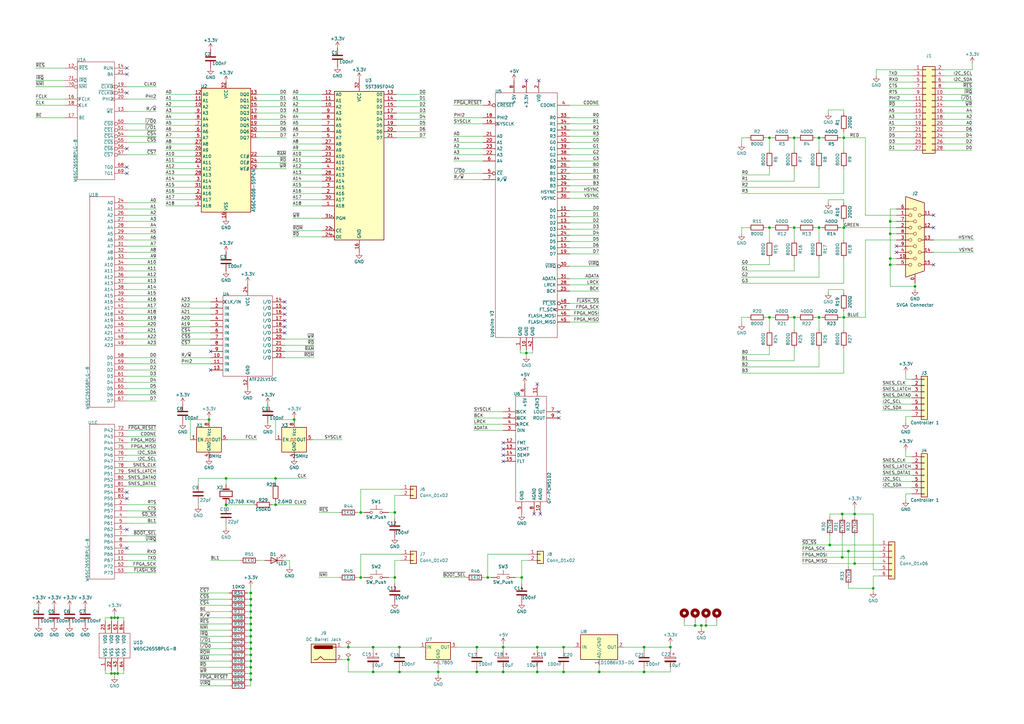
<source format=kicad_sch>
(kicad_sch (version 20230121) (generator eeschema)
  (paper "A3")
  (junction (at 46.99 276.225))
  (junction (at 147.955 210.185))
  (junction (at 153.035 275.59))
  (junction (at 289.56 256.54))
  (junction (at 215.9 144.78))
  (junction (at 102.87 276.225))
  (junction (at 350.52 231.14))
  (junction (at 102.87 278.765))
  (junction (at 195.58 275.59))
  (junction (at 285.115 256.54))
  (junction (at 102.87 263.525))
  (junction (at 48.26 276.225))
  (junction (at 213.995 236.855))
  (junction (at 375.285 117.475))
  (junction (at 102.87 260.985))
  (junction (at 102.87 271.145))
  (junction (at 345.44 210.82))
  (junction (at 346.075 56.515))
  (junction (at 346.075 130.175))
  (junction (at 340.36 223.52))
  (junction (at 335.915 56.515))
  (junction (at 102.87 266.065))
  (junction (at 102.87 255.905))
  (junction (at 92.71 196.215))
  (junction (at 325.755 56.515))
  (junction (at 358.14 241.3))
  (junction (at 365.125 108.585))
  (junction (at 153.035 265.43))
  (junction (at 245.745 275.59))
  (junction (at 102.87 243.205))
  (junction (at 163.83 275.59))
  (junction (at 220.345 265.43))
  (junction (at 102.87 248.285))
  (junction (at 345.44 228.6))
  (junction (at 264.16 265.43))
  (junction (at 179.705 275.59))
  (junction (at 102.87 273.685))
  (junction (at 102.87 250.825))
  (junction (at 287.655 256.54))
  (junction (at 231.14 275.59))
  (junction (at 220.345 275.59))
  (junction (at 92.71 207.01))
  (junction (at 102.87 268.605))
  (junction (at 102.87 245.745))
  (junction (at 365.125 106.045))
  (junction (at 350.52 210.82))
  (junction (at 161.925 236.855))
  (junction (at 102.87 253.365))
  (junction (at 85.725 172.085))
  (junction (at 113.03 196.215))
  (junction (at 347.98 226.06))
  (junction (at 200.025 236.855))
  (junction (at 102.87 258.445))
  (junction (at 365.125 90.805))
  (junction (at 346.075 93.345))
  (junction (at 264.16 275.59))
  (junction (at 163.83 265.43))
  (junction (at 48.26 253.365))
  (junction (at 195.58 265.43))
  (junction (at 315.595 130.175))
  (junction (at 142.875 265.43))
  (junction (at 365.125 95.885))
  (junction (at 45.72 253.365))
  (junction (at 206.375 275.59))
  (junction (at 161.925 210.185))
  (junction (at 113.03 207.01))
  (junction (at 274.955 265.43))
  (junction (at 335.915 130.175))
  (junction (at 335.915 93.345))
  (junction (at 206.375 265.43))
  (junction (at 120.65 172.085))
  (junction (at 46.99 253.365))
  (junction (at 231.14 265.43))
  (junction (at 142.875 270.51))
  (junction (at 147.955 236.855))
  (junction (at 45.72 276.225))
  (junction (at 315.595 93.345))
  (junction (at 325.755 93.345))
  (junction (at 315.595 56.515))
  (junction (at 325.755 130.175))
  (no_connect (at 382.905 108.585))
  (no_connect (at 52.07 204.47))
  (no_connect (at 52.07 68.58))
  (no_connect (at 116.84 126.365))
  (no_connect (at 52.07 60.96))
  (no_connect (at 52.07 38.1))
  (no_connect (at 206.375 184.15))
  (no_connect (at 215.9 33.02))
  (no_connect (at 116.84 131.445))
  (no_connect (at 229.235 168.91))
  (no_connect (at 206.375 186.69))
  (no_connect (at 116.84 133.985))
  (no_connect (at 116.84 136.525))
  (no_connect (at 116.84 123.825))
  (no_connect (at 220.345 157.48))
  (no_connect (at 52.07 71.12))
  (no_connect (at 220.98 33.02))
  (no_connect (at 52.07 27.94))
  (no_connect (at 52.07 201.93))
  (no_connect (at 206.375 181.61))
  (no_connect (at 52.07 217.17))
  (no_connect (at 52.07 30.48))
  (no_connect (at 206.375 189.23))
  (no_connect (at 221.615 210.82))
  (no_connect (at 229.235 171.45))
  (no_connect (at 382.905 93.345))
  (no_connect (at 116.84 128.905))
  (no_connect (at 367.665 103.505))
  (no_connect (at 86.36 151.765))
  (no_connect (at 219.075 210.82))
  (no_connect (at 382.905 88.265))
  (no_connect (at 86.36 144.145))
  (no_connect (at 52.07 224.79))
  (no_connect (at 367.665 100.965))
  (wire (pts (xy 132.08 74.295) (xy 120.015 74.295)))
  (wire (pts (xy 52.07 63.5) (xy 64.135 63.5)))
  (wire (pts (xy 325.755 142.875) (xy 325.755 147.955)))
  (wire (pts (xy 52.07 194.31) (xy 64.135 194.31)))
  (wire (pts (xy 52.07 214.63) (xy 64.135 214.63)))
  (wire (pts (xy 132.08 48.895) (xy 120.015 48.895)))
  (wire (pts (xy 132.08 97.155) (xy 120.015 97.155)))
  (wire (pts (xy 233.68 81.28) (xy 245.745 81.28)))
  (wire (pts (xy 105.41 51.435) (xy 117.475 51.435)))
  (wire (pts (xy 374.015 163.195) (xy 361.95 163.195)))
  (wire (pts (xy 102.87 250.825) (xy 102.87 253.365)))
  (wire (pts (xy 93.98 278.765) (xy 81.915 278.765)))
  (wire (pts (xy 198.12 58.42) (xy 186.055 58.42)))
  (wire (pts (xy 80.01 43.815) (xy 67.945 43.815)))
  (wire (pts (xy 116.84 141.605) (xy 128.905 141.605)))
  (wire (pts (xy 52.07 149.225) (xy 64.135 149.225)))
  (wire (pts (xy 52.07 116.205) (xy 64.135 116.205)))
  (wire (pts (xy 52.07 179.07) (xy 64.135 179.07)))
  (wire (pts (xy 111.76 207.01) (xy 113.03 207.01)))
  (wire (pts (xy 374.65 51.435) (xy 364.49 51.435)))
  (wire (pts (xy 52.07 103.505) (xy 64.135 103.505)))
  (wire (pts (xy 374.65 36.195) (xy 364.49 36.195)))
  (wire (pts (xy 374.65 48.895) (xy 364.49 48.895)))
  (wire (pts (xy 162.56 51.435) (xy 174.625 51.435)))
  (wire (pts (xy 101.6 248.285) (xy 102.87 248.285)))
  (wire (pts (xy 374.65 56.515) (xy 364.49 56.515)))
  (wire (pts (xy 215.9 144.78) (xy 218.44 144.78)))
  (wire (pts (xy 274.955 264.16) (xy 274.955 265.43)))
  (wire (pts (xy 52.07 113.665) (xy 64.135 113.665)))
  (wire (pts (xy 354.965 88.265) (xy 367.665 88.265)))
  (wire (pts (xy 86.36 131.445) (xy 74.295 131.445)))
  (wire (pts (xy 264.16 265.43) (xy 264.16 266.7)))
  (wire (pts (xy 92.71 196.215) (xy 92.71 198.755)))
  (wire (pts (xy 132.08 38.735) (xy 120.015 38.735)))
  (wire (pts (xy 142.875 275.59) (xy 153.035 275.59)))
  (wire (pts (xy 80.01 51.435) (xy 67.945 51.435)))
  (wire (pts (xy 314.325 93.345) (xy 315.595 93.345)))
  (wire (pts (xy 198.12 55.88) (xy 186.055 55.88)))
  (wire (pts (xy 78.105 172.085) (xy 85.725 172.085)))
  (wire (pts (xy 43.18 274.955) (xy 43.18 276.225)))
  (wire (pts (xy 328.93 231.14) (xy 350.52 231.14)))
  (wire (pts (xy 120.65 172.085) (xy 120.65 172.72)))
  (wire (pts (xy 280.67 256.54) (xy 285.115 256.54)))
  (wire (pts (xy 213.995 236.855) (xy 213.995 239.395)))
  (wire (pts (xy 198.12 60.96) (xy 186.055 60.96)))
  (wire (pts (xy 52.07 50.8) (xy 64.135 50.8)))
  (wire (pts (xy 146.685 210.185) (xy 147.955 210.185)))
  (wire (pts (xy 315.595 142.875) (xy 315.595 145.415)))
  (wire (pts (xy 347.98 226.06) (xy 360.68 226.06)))
  (wire (pts (xy 274.955 265.43) (xy 264.16 265.43)))
  (wire (pts (xy 102.87 273.685) (xy 102.87 276.225)))
  (wire (pts (xy 132.08 43.815) (xy 120.015 43.815)))
  (wire (pts (xy 335.915 69.215) (xy 335.915 76.835)))
  (wire (pts (xy 346.075 56.515) (xy 346.075 61.595)))
  (wire (pts (xy 52.07 141.605) (xy 64.135 141.605)))
  (wire (pts (xy 364.49 31.115) (xy 374.65 31.115)))
  (wire (pts (xy 46.99 253.365) (xy 48.26 253.365)))
  (wire (pts (xy 335.915 142.875) (xy 335.915 150.495)))
  (wire (pts (xy 105.41 180.34) (xy 93.345 180.34)))
  (wire (pts (xy 116.84 139.065) (xy 128.905 139.065)))
  (wire (pts (xy 350.52 210.82) (xy 358.14 210.82)))
  (wire (pts (xy 147.955 227.33) (xy 164.465 227.33)))
  (wire (pts (xy 365.125 106.045) (xy 367.665 106.045)))
  (wire (pts (xy 162.56 38.735) (xy 174.625 38.735)))
  (wire (pts (xy 52.07 118.745) (xy 64.135 118.745)))
  (wire (pts (xy 132.08 79.375) (xy 120.015 79.375)))
  (wire (pts (xy 345.44 210.82) (xy 350.52 210.82)))
  (wire (pts (xy 365.125 90.805) (xy 365.125 95.885)))
  (wire (pts (xy 52.07 58.42) (xy 64.135 58.42)))
  (wire (pts (xy 105.41 46.355) (xy 117.475 46.355)))
  (wire (pts (xy 161.925 236.855) (xy 161.925 239.395)))
  (wire (pts (xy 140.335 270.51) (xy 142.875 270.51)))
  (wire (pts (xy 314.325 130.175) (xy 315.595 130.175)))
  (wire (pts (xy 387.35 43.815) (xy 398.78 43.815)))
  (wire (pts (xy 233.68 109.22) (xy 245.745 109.22)))
  (wire (pts (xy 43.18 253.365) (xy 45.72 253.365)))
  (wire (pts (xy 233.68 127) (xy 245.745 127)))
  (wire (pts (xy 102.87 268.605) (xy 102.87 271.145)))
  (wire (pts (xy 231.14 265.43) (xy 231.14 266.7)))
  (wire (pts (xy 198.755 236.855) (xy 200.025 236.855)))
  (wire (pts (xy 304.165 147.955) (xy 325.755 147.955)))
  (wire (pts (xy 162.56 41.275) (xy 174.625 41.275)))
  (wire (pts (xy 339.725 45.085) (xy 339.725 46.355)))
  (wire (pts (xy 142.875 270.51) (xy 142.875 275.59)))
  (wire (pts (xy 52.07 229.87) (xy 64.135 229.87)))
  (wire (pts (xy 324.485 130.175) (xy 325.755 130.175)))
  (wire (pts (xy 52.07 209.55) (xy 64.135 209.55)))
  (wire (pts (xy 339.725 81.915) (xy 339.725 83.185)))
  (wire (pts (xy 52.07 85.725) (xy 64.135 85.725)))
  (wire (pts (xy 52.07 83.185) (xy 64.135 83.185)))
  (wire (pts (xy 358.14 236.22) (xy 358.14 241.3)))
  (wire (pts (xy 233.68 119.38) (xy 245.745 119.38)))
  (wire (pts (xy 315.595 93.345) (xy 315.595 98.425)))
  (wire (pts (xy 116.205 229.87) (xy 118.745 229.87)))
  (wire (pts (xy 339.725 118.745) (xy 346.075 118.745)))
  (wire (pts (xy 206.375 265.43) (xy 195.58 265.43)))
  (wire (pts (xy 233.68 91.44) (xy 245.745 91.44)))
  (wire (pts (xy 280.67 255.27) (xy 280.67 256.54)))
  (wire (pts (xy 92.71 196.215) (xy 113.03 196.215)))
  (wire (pts (xy 365.125 85.725) (xy 365.125 90.805)))
  (wire (pts (xy 93.98 248.285) (xy 81.915 248.285)))
  (wire (pts (xy 347.98 240.03) (xy 347.98 241.3)))
  (wire (pts (xy 365.125 108.585) (xy 367.665 108.585)))
  (wire (pts (xy 86.36 141.605) (xy 74.295 141.605)))
  (wire (pts (xy 245.745 275.59) (xy 264.16 275.59)))
  (wire (pts (xy 374.015 165.735) (xy 361.95 165.735)))
  (wire (pts (xy 371.475 202.565) (xy 374.015 202.565)))
  (wire (pts (xy 358.14 241.3) (xy 358.14 242.57)))
  (wire (pts (xy 233.68 63.5) (xy 245.745 63.5)))
  (wire (pts (xy 274.955 274.32) (xy 274.955 275.59)))
  (wire (pts (xy 328.93 223.52) (xy 340.36 223.52)))
  (wire (pts (xy 233.68 78.74) (xy 245.745 78.74)))
  (wire (pts (xy 340.36 223.52) (xy 360.68 223.52)))
  (wire (pts (xy 233.68 43.18) (xy 245.745 43.18)))
  (wire (pts (xy 304.165 79.375) (xy 346.075 79.375)))
  (wire (pts (xy 80.01 69.215) (xy 67.945 69.215)))
  (wire (pts (xy 113.03 207.01) (xy 125.73 207.01)))
  (wire (pts (xy 375.285 117.475) (xy 375.285 116.205)))
  (wire (pts (xy 132.08 61.595) (xy 120.015 61.595)))
  (wire (pts (xy 80.01 56.515) (xy 67.945 56.515)))
  (wire (pts (xy 195.58 274.32) (xy 195.58 275.59)))
  (wire (pts (xy 198.12 48.26) (xy 186.055 48.26)))
  (wire (pts (xy 220.345 275.59) (xy 231.14 275.59)))
  (wire (pts (xy 113.03 196.215) (xy 125.73 196.215)))
  (wire (pts (xy 220.345 265.43) (xy 220.345 266.7)))
  (wire (pts (xy 358.14 210.82) (xy 358.14 233.68)))
  (wire (pts (xy 387.35 33.655) (xy 398.78 33.655)))
  (wire (pts (xy 339.725 45.085) (xy 346.075 45.085)))
  (wire (pts (xy 153.035 274.32) (xy 153.035 275.59)))
  (wire (pts (xy 328.93 226.06) (xy 347.98 226.06)))
  (wire (pts (xy 315.595 106.045) (xy 315.595 108.585)))
  (wire (pts (xy 80.01 79.375) (xy 67.945 79.375)))
  (wire (pts (xy 334.645 56.515) (xy 335.915 56.515)))
  (wire (pts (xy 325.755 130.175) (xy 327.025 130.175)))
  (wire (pts (xy 387.35 38.735) (xy 398.78 38.735)))
  (wire (pts (xy 206.375 176.53) (xy 194.31 176.53)))
  (wire (pts (xy 93.98 273.685) (xy 81.915 273.685)))
  (wire (pts (xy 52.07 164.465) (xy 64.135 164.465)))
  (wire (pts (xy 365.125 106.045) (xy 365.125 108.585)))
  (wire (pts (xy 132.08 94.615) (xy 120.015 94.615)))
  (wire (pts (xy 325.755 93.345) (xy 327.025 93.345)))
  (wire (pts (xy 81.915 258.445) (xy 93.98 258.445)))
  (wire (pts (xy 102.87 276.225) (xy 102.87 278.765)))
  (wire (pts (xy 371.475 153.035) (xy 371.475 155.575)))
  (wire (pts (xy 80.01 48.895) (xy 67.945 48.895)))
  (wire (pts (xy 231.14 275.59) (xy 245.745 275.59)))
  (wire (pts (xy 347.98 226.06) (xy 347.98 232.41)))
  (wire (pts (xy 350.52 208.28) (xy 350.52 210.82)))
  (wire (pts (xy 113.03 205.74) (xy 113.03 207.01)))
  (wire (pts (xy 335.915 130.175) (xy 335.915 135.255)))
  (wire (pts (xy 304.165 108.585) (xy 315.595 108.585)))
  (wire (pts (xy 198.12 50.8) (xy 186.055 50.8)))
  (wire (pts (xy 52.07 90.805) (xy 64.135 90.805)))
  (wire (pts (xy 162.56 48.895) (xy 174.625 48.895)))
  (wire (pts (xy 346.075 142.875) (xy 346.075 153.035)))
  (wire (pts (xy 146.685 236.855) (xy 147.955 236.855)))
  (wire (pts (xy 102.87 266.065) (xy 102.87 268.605)))
  (wire (pts (xy 374.65 33.655) (xy 364.49 33.655)))
  (wire (pts (xy 52.07 156.845) (xy 64.135 156.845)))
  (wire (pts (xy 14.605 27.94) (xy 26.67 27.94)))
  (wire (pts (xy 43.18 276.225) (xy 45.72 276.225)))
  (wire (pts (xy 102.87 260.985) (xy 102.87 263.525)))
  (wire (pts (xy 132.08 76.835) (xy 120.015 76.835)))
  (wire (pts (xy 102.87 258.445) (xy 102.87 260.985)))
  (wire (pts (xy 93.98 245.745) (xy 81.915 245.745)))
  (wire (pts (xy 289.56 256.54) (xy 289.56 255.27)))
  (wire (pts (xy 371.475 187.325) (xy 374.015 187.325)))
  (wire (pts (xy 233.68 99.06) (xy 245.745 99.06)))
  (wire (pts (xy 116.84 144.145) (xy 128.905 144.145)))
  (wire (pts (xy 233.68 60.96) (xy 245.745 60.96)))
  (wire (pts (xy 233.68 48.26) (xy 245.745 48.26)))
  (wire (pts (xy 14.605 40.64) (xy 26.67 40.64)))
  (wire (pts (xy 105.41 64.135) (xy 117.475 64.135)))
  (wire (pts (xy 346.075 81.915) (xy 346.075 83.185)))
  (wire (pts (xy 206.375 275.59) (xy 195.58 275.59)))
  (wire (pts (xy 285.115 255.27) (xy 285.115 256.54)))
  (wire (pts (xy 78.105 172.085) (xy 78.105 180.34)))
  (wire (pts (xy 159.385 210.185) (xy 161.925 210.185)))
  (wire (pts (xy 335.915 56.515) (xy 337.185 56.515)))
  (wire (pts (xy 48.26 274.955) (xy 48.26 276.225)))
  (wire (pts (xy 153.035 275.59) (xy 163.83 275.59)))
  (wire (pts (xy 294.005 255.27) (xy 294.005 256.54)))
  (wire (pts (xy 387.35 51.435) (xy 398.78 51.435)))
  (wire (pts (xy 102.87 271.145) (xy 102.87 273.685)))
  (wire (pts (xy 344.805 93.345) (xy 346.075 93.345)))
  (wire (pts (xy 374.015 192.405) (xy 361.95 192.405)))
  (wire (pts (xy 220.345 274.32) (xy 220.345 275.59)))
  (wire (pts (xy 365.125 90.805) (xy 367.665 90.805)))
  (wire (pts (xy 52.07 111.125) (xy 64.135 111.125)))
  (wire (pts (xy 215.9 143.51) (xy 215.9 144.78)))
  (wire (pts (xy 52.07 154.305) (xy 64.135 154.305)))
  (wire (pts (xy 335.915 56.515) (xy 335.915 61.595)))
  (wire (pts (xy 359.41 28.575) (xy 374.65 28.575)))
  (wire (pts (xy 80.01 61.595) (xy 67.945 61.595)))
  (wire (pts (xy 92.71 207.01) (xy 92.71 206.375)))
  (wire (pts (xy 80.01 59.055) (xy 67.945 59.055)))
  (wire (pts (xy 147.955 236.855) (xy 149.225 236.855)))
  (wire (pts (xy 101.6 250.825) (xy 102.87 250.825)))
  (wire (pts (xy 162.56 53.975) (xy 174.625 53.975)))
  (wire (pts (xy 102.87 248.285) (xy 102.87 250.825)))
  (wire (pts (xy 92.71 207.01) (xy 104.14 207.01)))
  (wire (pts (xy 206.375 173.99) (xy 194.31 173.99)))
  (wire (pts (xy 304.165 71.755) (xy 315.595 71.755)))
  (wire (pts (xy 346.075 130.175) (xy 346.075 135.255)))
  (wire (pts (xy 387.35 41.275) (xy 398.78 41.275)))
  (wire (pts (xy 101.6 243.205) (xy 102.87 243.205)))
  (wire (pts (xy 374.65 41.275) (xy 364.49 41.275)))
  (wire (pts (xy 101.6 273.685) (xy 102.87 273.685)))
  (wire (pts (xy 287.655 257.81) (xy 287.655 256.54)))
  (wire (pts (xy 346.075 53.975) (xy 346.075 56.515)))
  (wire (pts (xy 233.68 68.58) (xy 245.745 68.58)))
  (wire (pts (xy 365.125 117.475) (xy 375.285 117.475)))
  (wire (pts (xy 264.16 274.32) (xy 264.16 275.59)))
  (wire (pts (xy 387.35 46.355) (xy 398.78 46.355)))
  (wire (pts (xy 147.955 210.185) (xy 149.225 210.185)))
  (wire (pts (xy 304.165 56.515) (xy 306.705 56.515)))
  (wire (pts (xy 206.375 265.43) (xy 206.375 266.7)))
  (wire (pts (xy 113.03 172.085) (xy 120.65 172.085)))
  (wire (pts (xy 382.905 98.425) (xy 399.415 98.425)))
  (wire (pts (xy 233.68 50.8) (xy 245.745 50.8)))
  (wire (pts (xy 52.07 106.045) (xy 64.135 106.045)))
  (wire (pts (xy 116.84 146.685) (xy 128.905 146.685)))
  (wire (pts (xy 85.725 171.45) (xy 85.725 172.085)))
  (wire (pts (xy 52.07 131.445) (xy 64.135 131.445)))
  (wire (pts (xy 80.01 71.755) (xy 67.945 71.755)))
  (wire (pts (xy 52.07 123.825) (xy 64.135 123.825)))
  (wire (pts (xy 233.68 58.42) (xy 245.745 58.42)))
  (wire (pts (xy 346.075 56.515) (xy 354.965 56.515)))
  (wire (pts (xy 52.07 53.34) (xy 64.135 53.34)))
  (wire (pts (xy 101.6 278.765) (xy 102.87 278.765)))
  (wire (pts (xy 285.115 256.54) (xy 287.655 256.54)))
  (wire (pts (xy 233.68 71.12) (xy 245.745 71.12)))
  (wire (pts (xy 304.165 145.415) (xy 315.595 145.415)))
  (wire (pts (xy 325.755 93.345) (xy 325.755 98.425)))
  (wire (pts (xy 52.07 159.385) (xy 64.135 159.385)))
  (wire (pts (xy 102.87 240.665) (xy 102.87 243.205)))
  (wire (pts (xy 101.6 281.305) (xy 102.87 281.305)))
  (wire (pts (xy 52.07 40.64) (xy 64.135 40.64)))
  (wire (pts (xy 86.36 123.825) (xy 74.295 123.825)))
  (wire (pts (xy 347.98 241.3) (xy 358.14 241.3)))
  (wire (pts (xy 80.01 53.975) (xy 67.945 53.975)))
  (wire (pts (xy 218.44 143.51) (xy 218.44 144.78)))
  (wire (pts (xy 315.595 130.175) (xy 315.595 135.255)))
  (wire (pts (xy 52.07 212.09) (xy 64.135 212.09)))
  (wire (pts (xy 86.36 126.365) (xy 74.295 126.365)))
  (wire (pts (xy 287.655 256.54) (xy 289.56 256.54)))
  (wire (pts (xy 132.08 51.435) (xy 120.015 51.435)))
  (wire (pts (xy 358.14 233.68) (xy 360.68 233.68)))
  (wire (pts (xy 387.35 31.115) (xy 398.78 31.115)))
  (wire (pts (xy 86.36 149.225) (xy 74.295 149.225)))
  (wire (pts (xy 211.455 236.855) (xy 213.995 236.855)))
  (wire (pts (xy 274.955 265.43) (xy 274.955 266.7)))
  (wire (pts (xy 354.965 98.425) (xy 367.665 98.425)))
  (wire (pts (xy 86.36 128.905) (xy 74.295 128.905)))
  (wire (pts (xy 371.475 202.565) (xy 371.475 205.105)))
  (wire (pts (xy 132.08 53.975) (xy 120.015 53.975)))
  (wire (pts (xy 52.07 219.71) (xy 64.135 219.71)))
  (wire (pts (xy 101.6 258.445) (xy 102.87 258.445)))
  (wire (pts (xy 181.61 236.855) (xy 191.135 236.855)))
  (wire (pts (xy 213.36 143.51) (xy 213.36 144.78)))
  (wire (pts (xy 105.41 66.675) (xy 117.475 66.675)))
  (wire (pts (xy 52.07 191.77) (xy 64.135 191.77)))
  (wire (pts (xy 198.12 73.66) (xy 186.055 73.66)))
  (wire (pts (xy 375.285 118.745) (xy 375.285 117.475)))
  (wire (pts (xy 52.07 151.765) (xy 64.135 151.765)))
  (wire (pts (xy 101.6 253.365) (xy 102.87 253.365)))
  (wire (pts (xy 264.16 265.43) (xy 255.905 265.43)))
  (wire (pts (xy 274.955 275.59) (xy 264.16 275.59)))
  (wire (pts (xy 140.335 180.34) (xy 128.27 180.34)))
  (wire (pts (xy 371.475 184.785) (xy 371.475 187.325)))
  (wire (pts (xy 195.58 265.43) (xy 195.58 266.7)))
  (wire (pts (xy 374.015 168.275) (xy 361.95 168.275)))
  (wire (pts (xy 387.35 56.515) (xy 398.78 56.515)))
  (wire (pts (xy 233.68 86.36) (xy 245.745 86.36)))
  (wire (pts (xy 52.07 176.53) (xy 64.135 176.53)))
  (wire (pts (xy 350.52 210.82) (xy 350.52 212.09)))
  (wire (pts (xy 52.07 199.39) (xy 64.135 199.39)))
  (wire (pts (xy 374.65 59.055) (xy 364.49 59.055)))
  (wire (pts (xy 325.755 56.515) (xy 327.025 56.515)))
  (wire (pts (xy 102.87 253.365) (xy 102.87 255.905)))
  (wire (pts (xy 50.8 253.365) (xy 50.8 254.635)))
  (wire (pts (xy 340.36 210.82) (xy 340.36 212.09)))
  (wire (pts (xy 102.87 263.525) (xy 102.87 266.065)))
  (wire (pts (xy 52.07 126.365) (xy 64.135 126.365)))
  (wire (pts (xy 365.125 108.585) (xy 365.125 117.475)))
  (wire (pts (xy 344.805 56.515) (xy 346.075 56.515)))
  (wire (pts (xy 198.12 43.18) (xy 186.055 43.18)))
  (wire (pts (xy 179.705 275.59) (xy 179.705 276.86)))
  (wire (pts (xy 105.41 41.275) (xy 117.475 41.275)))
  (wire (pts (xy 105.41 43.815) (xy 117.475 43.815)))
  (wire (pts (xy 374.015 197.485) (xy 361.95 197.485)))
  (wire (pts (xy 206.375 168.91) (xy 194.31 168.91)))
  (wire (pts (xy 374.65 46.355) (xy 364.49 46.355)))
  (wire (pts (xy 233.68 53.34) (xy 245.745 53.34)))
  (wire (pts (xy 304.165 130.175) (xy 306.705 130.175)))
  (wire (pts (xy 233.68 132.08) (xy 245.745 132.08)))
  (wire (pts (xy 132.08 89.535) (xy 120.015 89.535)))
  (wire (pts (xy 80.01 81.915) (xy 67.945 81.915)))
  (wire (pts (xy 162.56 56.515) (xy 174.625 56.515)))
  (wire (pts (xy 304.165 130.175) (xy 304.165 132.715)))
  (wire (pts (xy 52.07 136.525) (xy 64.135 136.525)))
  (wire (pts (xy 101.6 268.605) (xy 102.87 268.605)))
  (wire (pts (xy 132.08 69.215) (xy 120.015 69.215)))
  (wire (pts (xy 132.08 59.055) (xy 120.015 59.055)))
  (wire (pts (xy 80.01 76.835) (xy 67.945 76.835)))
  (wire (pts (xy 371.475 155.575) (xy 374.015 155.575)))
  (wire (pts (xy 14.605 35.56) (xy 26.67 35.56)))
  (wire (pts (xy 45.72 253.365) (xy 46.99 253.365)))
  (wire (pts (xy 52.07 95.885) (xy 64.135 95.885)))
  (wire (pts (xy 289.56 256.54) (xy 294.005 256.54)))
  (wire (pts (xy 140.335 265.43) (xy 142.875 265.43)))
  (wire (pts (xy 335.915 93.345) (xy 337.185 93.345)))
  (wire (pts (xy 48.26 253.365) (xy 48.26 254.635)))
  (wire (pts (xy 101.6 260.985) (xy 102.87 260.985)))
  (wire (pts (xy 52.07 181.61) (xy 64.135 181.61)))
  (wire (pts (xy 335.915 106.045) (xy 335.915 113.665)))
  (wire (pts (xy 233.68 101.6) (xy 245.745 101.6)))
  (wire (pts (xy 304.165 111.125) (xy 325.755 111.125)))
  (wire (pts (xy 346.075 45.085) (xy 346.075 46.355)))
  (wire (pts (xy 52.07 100.965) (xy 64.135 100.965)))
  (wire (pts (xy 48.26 276.225) (xy 50.8 276.225)))
  (wire (pts (xy 346.075 127.635) (xy 346.075 130.175)))
  (wire (pts (xy 315.595 69.215) (xy 315.595 71.755)))
  (wire (pts (xy 334.645 93.345) (xy 335.915 93.345)))
  (wire (pts (xy 161.925 229.87) (xy 161.925 236.855)))
  (wire (pts (xy 81.28 207.645) (xy 81.28 206.375)))
  (wire (pts (xy 233.68 88.9) (xy 245.745 88.9)))
  (wire (pts (xy 52.07 189.23) (xy 64.135 189.23)))
  (wire (pts (xy 43.18 253.365) (xy 43.18 254.635)))
  (wire (pts (xy 85.725 172.085) (xy 85.725 172.72)))
  (wire (pts (xy 195.58 265.43) (xy 187.325 265.43)))
  (wire (pts (xy 52.07 121.285) (xy 64.135 121.285)))
  (wire (pts (xy 147.955 200.66) (xy 147.955 210.185)))
  (wire (pts (xy 213.36 144.78) (xy 215.9 144.78)))
  (wire (pts (xy 345.44 228.6) (xy 360.68 228.6)))
  (wire (pts (xy 80.01 74.295) (xy 67.945 74.295)))
  (wire (pts (xy 233.68 96.52) (xy 245.745 96.52)))
  (wire (pts (xy 45.72 274.955) (xy 45.72 276.225)))
  (wire (pts (xy 163.83 265.43) (xy 163.83 266.7)))
  (wire (pts (xy 52.07 227.33) (xy 64.135 227.33)))
  (wire (pts (xy 398.78 61.595) (xy 387.35 61.595)))
  (wire (pts (xy 335.915 130.175) (xy 337.185 130.175)))
  (wire (pts (xy 374.015 160.655) (xy 361.95 160.655)))
  (wire (pts (xy 50.8 274.955) (xy 50.8 276.225)))
  (wire (pts (xy 371.475 170.815) (xy 374.015 170.815)))
  (wire (pts (xy 93.98 281.305) (xy 81.915 281.305)))
  (wire (pts (xy 354.965 98.425) (xy 354.965 130.175)))
  (wire (pts (xy 231.14 274.32) (xy 231.14 275.59)))
  (wire (pts (xy 233.68 93.98) (xy 245.745 93.98)))
  (wire (pts (xy 86.36 146.685) (xy 74.295 146.685)))
  (wire (pts (xy 354.965 56.515) (xy 354.965 88.265)))
  (wire (pts (xy 80.01 66.675) (xy 67.945 66.675)))
  (wire (pts (xy 215.9 144.78) (xy 215.9 146.05)))
  (wire (pts (xy 163.83 265.43) (xy 172.085 265.43)))
  (wire (pts (xy 398.78 36.195) (xy 387.35 36.195)))
  (wire (pts (xy 325.755 56.515) (xy 325.755 61.595)))
  (wire (pts (xy 81.28 196.215) (xy 92.71 196.215)))
  (wire (pts (xy 374.015 200.025) (xy 361.95 200.025)))
  (wire (pts (xy 46.99 252.095) (xy 46.99 253.365)))
  (wire (pts (xy 161.925 229.87) (xy 164.465 229.87)))
  (wire (pts (xy 52.07 184.15) (xy 64.135 184.15)))
  (wire (pts (xy 153.035 265.43) (xy 153.035 266.7)))
  (wire (pts (xy 101.6 276.225) (xy 102.87 276.225)))
  (wire (pts (xy 359.41 28.575) (xy 359.41 31.115)))
  (wire (pts (xy 147.955 227.33) (xy 147.955 236.855)))
  (wire (pts (xy 374.65 38.735) (xy 364.49 38.735)))
  (wire (pts (xy 198.12 66.04) (xy 186.055 66.04)))
  (wire (pts (xy 206.375 171.45) (xy 194.31 171.45)))
  (wire (pts (xy 101.6 255.905) (xy 102.87 255.905)))
  (wire (pts (xy 52.07 108.585) (xy 64.135 108.585)))
  (wire (pts (xy 206.375 274.32) (xy 206.375 275.59)))
  (wire (pts (xy 113.03 172.085) (xy 113.03 180.34)))
  (wire (pts (xy 101.6 266.065) (xy 102.87 266.065)))
  (wire (pts (xy 106.045 229.87) (xy 108.585 229.87)))
  (wire (pts (xy 350.52 231.14) (xy 360.68 231.14)))
  (wire (pts (xy 153.035 265.43) (xy 163.83 265.43)))
  (wire (pts (xy 161.925 210.185) (xy 161.925 212.725)))
  (wire (pts (xy 374.65 43.815) (xy 364.49 43.815)))
  (wire (pts (xy 14.605 48.26) (xy 26.67 48.26)))
  (wire (pts (xy 80.01 38.735) (xy 67.945 38.735)))
  (wire (pts (xy 102.87 243.205) (xy 102.87 245.745)))
  (wire (pts (xy 93.98 243.205) (xy 81.915 243.205)))
  (wire (pts (xy 45.72 253.365) (xy 45.72 254.635)))
  (wire (pts (xy 101.6 271.145) (xy 102.87 271.145)))
  (wire (pts (xy 102.87 278.765) (xy 102.87 281.305)))
  (wire (pts (xy 147.955 200.66) (xy 164.465 200.66)))
  (wire (pts (xy 198.12 71.12) (xy 186.055 71.12)))
  (wire (pts (xy 93.98 255.905) (xy 81.915 255.905)))
  (wire (pts (xy 233.68 116.84) (xy 245.745 116.84)))
  (wire (pts (xy 132.08 56.515) (xy 120.015 56.515)))
  (wire (pts (xy 102.87 245.745) (xy 102.87 248.285)))
  (wire (pts (xy 358.14 236.22) (xy 360.68 236.22)))
  (wire (pts (xy 52.07 45.72) (xy 64.135 45.72)))
  (wire (pts (xy 387.35 59.055) (xy 398.78 59.055)))
  (wire (pts (xy 365.125 85.725) (xy 367.665 85.725)))
  (wire (pts (xy 200.025 227.33) (xy 200.025 236.855)))
  (wire (pts (xy 206.375 265.43) (xy 220.345 265.43)))
  (wire (pts (xy 81.915 260.985) (xy 93.98 260.985)))
  (wire (pts (xy 345.44 219.71) (xy 345.44 228.6)))
  (wire (pts (xy 52.07 207.01) (xy 64.135 207.01)))
  (wire (pts (xy 52.07 98.425) (xy 64.135 98.425)))
  (wire (pts (xy 98.425 229.87) (xy 86.36 229.87)))
  (wire (pts (xy 304.165 93.345) (xy 306.705 93.345)))
  (wire (pts (xy 52.07 234.95) (xy 64.135 234.95)))
  (wire (pts (xy 86.36 139.065) (xy 74.295 139.065)))
  (wire (pts (xy 81.915 263.525) (xy 93.98 263.525)))
  (wire (pts (xy 93.98 268.605) (xy 81.915 268.605)))
  (wire (pts (xy 213.995 229.87) (xy 213.995 236.855)))
  (wire (pts (xy 346.075 93.345) (xy 346.075 98.425)))
  (wire (pts (xy 339.725 118.745) (xy 339.725 120.015)))
  (wire (pts (xy 81.28 196.215) (xy 81.28 198.755)))
  (wire (pts (xy 206.375 264.16) (xy 206.375 265.43)))
  (wire (pts (xy 52.07 186.69) (xy 64.135 186.69)))
  (wire (pts (xy 315.595 93.345) (xy 316.865 93.345)))
  (wire (pts (xy 132.08 46.355) (xy 120.015 46.355)))
  (wire (pts (xy 52.07 222.25) (xy 64.135 222.25)))
  (wire (pts (xy 52.07 161.925) (xy 64.135 161.925)))
  (wire (pts (xy 80.01 84.455) (xy 67.945 84.455)))
  (wire (pts (xy 213.995 229.87) (xy 216.535 229.87)))
  (wire (pts (xy 105.41 38.735) (xy 117.475 38.735)))
  (wire (pts (xy 80.01 41.275) (xy 67.945 41.275)))
  (wire (pts (xy 101.6 263.525) (xy 102.87 263.525)))
  (wire (pts (xy 52.07 232.41) (xy 64.135 232.41)))
  (wire (pts (xy 105.41 56.515) (xy 117.475 56.515)))
  (wire (pts (xy 233.68 129.54) (xy 245.745 129.54)))
  (wire (pts (xy 101.6 245.745) (xy 102.87 245.745)))
  (wire (pts (xy 220.345 265.43) (xy 231.14 265.43)))
  (wire (pts (xy 233.68 76.2) (xy 245.745 76.2)))
  (wire (pts (xy 132.08 41.275) (xy 120.015 41.275)))
  (wire (pts (xy 198.12 63.5) (xy 186.055 63.5)))
  (wire (pts (xy 14.605 43.18) (xy 26.67 43.18)))
  (wire (pts (xy 163.83 274.32) (xy 163.83 275.59)))
  (wire (pts (xy 387.35 28.575) (xy 398.78 28.575)))
  (wire (pts (xy 52.07 196.85) (xy 64.135 196.85)))
  (wire (pts (xy 206.375 275.59) (xy 220.345 275.59)))
  (wire (pts (xy 105.41 53.975) (xy 117.475 53.975)))
  (wire (pts (xy 304.165 93.345) (xy 304.165 95.885)))
  (wire (pts (xy 365.125 95.885) (xy 367.665 95.885)))
  (wire (pts (xy 102.87 255.905) (xy 102.87 258.445)))
  (wire (pts (xy 334.645 130.175) (xy 335.915 130.175)))
  (wire (pts (xy 179.705 273.05) (xy 179.705 275.59)))
  (wire (pts (xy 132.08 71.755) (xy 120.015 71.755)))
  (wire (pts (xy 304.165 56.515) (xy 304.165 59.055)))
  (wire (pts (xy 314.325 56.515) (xy 315.595 56.515)))
  (wire (pts (xy 52.07 139.065) (xy 64.135 139.065)))
  (wire (pts (xy 325.755 130.175) (xy 325.755 135.255)))
  (wire (pts (xy 52.07 133.985) (xy 64.135 133.985)))
  (wire (pts (xy 346.075 130.175) (xy 354.965 130.175)))
  (wire (pts (xy 304.165 153.035) (xy 346.075 153.035)))
  (wire (pts (xy 371.475 170.815) (xy 371.475 173.355)))
  (wire (pts (xy 130.81 236.855) (xy 139.065 236.855)))
  (wire (pts (xy 350.52 219.71) (xy 350.52 231.14)))
  (wire (pts (xy 344.805 130.175) (xy 346.075 130.175)))
  (wire (pts (xy 233.68 114.3) (xy 245.745 114.3)))
  (wire (pts (xy 374.015 189.865) (xy 361.95 189.865)))
  (wire (pts (xy 120.65 171.45) (xy 120.65 172.085)))
  (wire (pts (xy 346.075 106.045) (xy 346.075 116.205)))
  (wire (pts (xy 346.075 93.345) (xy 367.665 93.345)))
  (wire (pts (xy 233.68 66.04) (xy 245.745 66.04)))
  (wire (pts (xy 14.605 33.02) (xy 26.67 33.02)))
  (wire (pts (xy 325.755 69.215) (xy 325.755 74.295)))
  (wire (pts (xy 86.36 133.985) (xy 74.295 133.985)))
  (wire (pts (xy 52.07 55.88) (xy 64.135 55.88)))
  (wire (pts (xy 233.68 124.46) (xy 245.745 124.46)))
  (wire (pts (xy 233.68 55.88) (xy 245.745 55.88)))
  (wire (pts (xy 163.83 275.59) (xy 179.705 275.59)))
  (wire (pts (xy 93.98 250.825) (xy 81.915 250.825)))
  (wire (pts (xy 132.08 64.135) (xy 120.015 64.135)))
  (wire (pts (xy 162.56 46.355) (xy 174.625 46.355)))
  (wire (pts (xy 374.015 158.115) (xy 361.95 158.115)))
  (wire (pts (xy 195.58 275.59) (xy 179.705 275.59)))
  (wire (pts (xy 161.925 203.2) (xy 164.465 203.2)))
  (wire (pts (xy 93.98 276.225) (xy 81.915 276.225)))
  (wire (pts (xy 340.36 210.82) (xy 345.44 210.82)))
  (wire (pts (xy 46.99 276.225) (xy 46.99 277.495)))
  (wire (pts (xy 315.595 56.515) (xy 316.865 56.515)))
  (wire (pts (xy 142.875 265.43) (xy 153.035 265.43)))
  (wire (pts (xy 374.015 194.945) (xy 361.95 194.945)))
  (wire (pts (xy 346.075 69.215) (xy 346.075 79.375)))
  (wire (pts (xy 387.35 48.895) (xy 398.78 48.895)))
  (wire (pts (xy 245.745 273.05) (xy 245.745 275.59)))
  (wire (pts (xy 200.025 227.33) (xy 216.535 227.33)))
  (wire (pts (xy 315.595 130.175) (xy 316.865 130.175)))
  (wire (pts (xy 105.41 48.895) (xy 117.475 48.895)))
  (wire (pts (xy 304.165 113.665) (xy 335.915 113.665)))
  (wire (pts (xy 304.165 76.835) (xy 335.915 76.835)))
  (wire (pts (xy 52.07 93.345) (xy 64.135 93.345)))
  (wire (pts (xy 162.56 43.815) (xy 174.625 43.815)))
  (wire (pts (xy 200.025 236.855) (xy 201.295 236.855)))
  (wire (pts (xy 339.725 81.915) (xy 346.075 81.915)))
  (wire (pts (xy 159.385 236.855) (xy 161.925 236.855)))
  (wire (pts (xy 374.65 53.975) (xy 364.49 53.975)))
  (wire (pts (xy 130.81 210.185) (xy 139.065 210.185)))
  (wire (pts (xy 113.03 196.215) (xy 113.03 198.12)))
  (wire (pts (xy 92.71 216.535) (xy 92.71 215.265)))
  (wire (pts (xy 46.99 276.225) (xy 48.26 276.225)))
  (wire (pts (xy 231.14 265.43) (xy 235.585 265.43)))
  (wire (pts (xy 345.44 210.82) (xy 345.44 212.09)))
  (wire (pts (xy 382.905 103.505) (xy 399.415 103.505)))
  (wire (pts (xy 93.98 271.145) (xy 81.915 271.145)))
  (wire (pts (xy 346.075 90.805) (xy 346.075 93.345)))
  (wire (pts (xy 340.36 219.71) (xy 340.36 223.52)))
  (wire (pts (xy 105.41 69.215) (xy 117.475 69.215)))
  (wire (pts (xy 324.485 93.345) (xy 325.755 93.345)))
  (wire (pts (xy 398.78 26.035) (xy 398.78 28.575)))
  (wire (pts (xy 132.08 66.675) (xy 120.015 66.675)))
  (wire (pts (xy 81.915 266.065) (xy 93.98 266.065)))
  (wire (pts (xy 86.36 136.525) (xy 74.295 136.525)))
  (wire (pts (xy 233.68 104.14) (xy 245.745 104.14)))
  (wire (pts (xy 328.93 228.6) (xy 345.44 228.6)))
  (wire (pts (xy 304.165 74.295) (xy 325.755 74.295)))
  (wire (pts (xy 161.925 203.2) (xy 161.925 210.185)))
  (wire (pts (xy 325.755 106.045) (xy 325.755 111.125)))
  (wire (pts (xy 52.07 146.685) (xy 64.135 146.685)))
  (wire (pts (xy 52.07 35.56) (xy 64.135 35.56)))
  (wire (pts (xy 365.125 95.885) (xy 365.125 106.045)))
  (wire (pts (xy 387.35 53.975) (xy 398.78 53.975)))
  (wire (pts (xy 304.165 150.495) (xy 335.915 150.495)))
  (wire (pts (xy 346.075 118.745) (xy 346.075 120.015)))
  (wire (pts (xy 315.595 56.515) (xy 315.595 61.595)))
  (wire (pts (xy 93.98 253.365) (xy 81.915 253.365)))
  (wire (pts (xy 80.01 64.135) (xy 67.945 64.135)))
  (wire (pts (xy 233.68 73.66) (xy 245.745 73.66)))
  (wire (pts (xy 324.485 56.515) (xy 325.755 56.515)))
  (wire (pts (xy 52.07 128.905) (xy 64.135 128.905)))
  (wire (pts (xy 80.01 46.355) (xy 67.945 46.355)))
  (wire (pts (xy 132.08 84.455) (xy 120.015 84.455)))
  (wire (pts (xy 92.71 207.645) (xy 92.71 207.01)))
  (wire (pts (xy 374.65 61.595) (xy 364.49 61.595)))
  (wire (pts (xy 335.915 93.345) (xy 335.915 98.425)))
  (wire (pts (xy 304.165 116.205) (xy 346.075 116.205)))
  (wire (pts (xy 118.745 229.87) (xy 118.745 232.41)))
  (wire (pts (xy 132.08 81.915) (xy 120.015 81.915)))
  (wire (pts (xy 52.07 88.265) (xy 64.135 88.265)))
  (wire (pts (xy 48.26 253.365) (xy 50.8 253.365)))
  (wire (pts (xy 45.72 276.225) (xy 46.99 276.225)))
  (label "R2" (at 245.745 53.34 180))
  (label "G2" (at 304.165 113.665 0))
  (label "SNES_LATCH" (at 64.135 194.31 180))
  (label "A2" (at 186.055 60.96 0))
  (label "A23" (at 74.295 123.825 0))
  (label "D7" (at 245.745 104.14 180))
  (label "A5" (at 67.945 51.435 0))
  (label "A6" (at 64.135 98.425 180))
  (label "R{slash}~{W}" (at 186.055 73.66 0))
  (label "A2" (at 67.945 43.815 0))
  (label "A10" (at 67.945 64.135 0))
  (label "G1" (at 304.165 111.125 0))
  (label "D4" (at 117.475 48.895 180))
  (label "~{I{slash}O}1" (at 81.915 263.525 0))
  (label "A17" (at 64.135 126.365 180))
  (label "A0" (at 186.055 55.88 0))
  (label "A16" (at 64.135 123.825 180))
  (label "A19" (at 64.135 131.445 180))
  (label "D1" (at 174.625 41.275 180))
  (label "A17" (at 120.015 81.915 0))
  (label "A1" (at 186.055 58.42 0))
  (label "A14" (at 64.135 118.745 180))
  (label "RXD" (at 64.135 227.33 180))
  (label "A8" (at 67.945 59.055 0))
  (label "A4" (at 64.135 93.345 180))
  (label "I2C_SDA" (at 361.95 200.025 0))
  (label "HSYNC" (at 245.745 78.74 180))
  (label "~{CS7}" (at 64.135 63.5 180))
  (label "A3" (at 67.945 46.355 0))
  (label "A1" (at 67.945 41.275 0))
  (label "R{slash}~{W}" (at 74.295 146.685 0))
  (label "SNES_LATCH" (at 361.95 192.405 0))
  (label "FPGA_SCK" (at 328.93 226.06 0))
  (label "~{VIRQ}" (at 64.135 222.25 180))
  (label "A6" (at 120.015 53.975 0))
  (label "~{FPGA_RESET}" (at 64.135 176.53 180))
  (label "~{I{slash}O}0" (at 186.055 71.12 0))
  (label "PHI2" (at 364.49 41.275 0))
  (label "~{FLASH_SS}" (at 64.135 234.95 180))
  (label "~{RD}" (at 117.475 66.675 180))
  (label "A2" (at 120.015 43.815 0))
  (label "I2C_SCL" (at 361.95 165.735 0))
  (label "A13" (at 67.945 71.755 0))
  (label "A7" (at 64.135 100.965 180))
  (label "A12" (at 67.945 69.215 0))
  (label "FPGA_SCK" (at 245.745 127 180))
  (label "A18" (at 64.135 128.905 180))
  (label "D0" (at 174.625 38.735 180))
  (label "HSYNC" (at 399.415 98.425 180))
  (label "FCLK" (at 14.605 40.64 0))
  (label "FPGA_MOSI" (at 245.745 129.54 180))
  (label "A7" (at 120.015 56.515 0))
  (label "BCK" (at 194.31 171.45 0))
  (label "B1" (at 245.745 71.12 180))
  (label "FPGA_MOSI" (at 328.93 228.6 0))
  (label "~{RES}" (at 81.915 255.905 0))
  (label "~{I{slash}O}1" (at 398.78 41.275 180))
  (label "BL1" (at 64.135 214.63 180))
  (label "D3" (at 245.745 93.98 180))
  (label "B2" (at 245.745 73.66 180))
  (label "A7" (at 67.945 56.515 0))
  (label "A14" (at 120.015 74.295 0))
  (label "D2" (at 245.745 91.44 180))
  (label "SNES_LATCH" (at 361.95 160.655 0))
  (label "~{CS7}" (at 81.915 243.205 0))
  (label "A0" (at 120.015 38.735 0))
  (label "A3" (at 364.49 48.895 0))
  (label "SYSCLK" (at 140.335 180.34 180))
  (label "I2C_SDA" (at 361.95 168.275 0))
  (label "~{VIRQ}" (at 245.745 109.22 180))
  (label "A3" (at 120.015 46.355 0))
  (label "D5" (at 174.625 51.435 180))
  (label "A1" (at 64.135 85.725 180))
  (label "D0" (at 398.78 61.595 180))
  (label "~{IRQ}" (at 398.78 38.735 180))
  (label "A10" (at 120.015 64.135 0))
  (label "SNES_CLK" (at 361.95 158.115 0))
  (label "R2" (at 304.165 76.835 0))
  (label "A15" (at 64.135 121.285 180))
  (label "A9" (at 120.015 61.595 0))
  (label "B3" (at 304.165 153.035 0))
  (label "PHI2" (at 74.295 149.225 0))
  (label "SNES_DATA1" (at 361.95 194.945 0))
  (label "D2" (at 117.475 43.815 180))
  (label "G3" (at 304.165 116.205 0))
  (label "A17" (at 67.945 81.915 0))
  (label "A16" (at 120.015 79.375 0))
  (label "~{I{slash}O}0" (at 81.915 266.065 0))
  (label "ADATA" (at 194.31 176.53 0))
  (label "A2" (at 398.78 48.895 180))
  (label "~{FLASH_SS}" (at 245.745 124.46 180))
  (label "R1" (at 245.745 50.8 180))
  (label "G0" (at 304.165 108.585 0))
  (label "FCLK" (at 105.41 180.34 180))
  (label "G1" (at 245.745 60.96 180))
  (label "D3" (at 364.49 59.055 0))
  (label "~{RES}" (at 130.81 210.185 0))
  (label "D5" (at 245.745 99.06 180))
  (label "A14" (at 67.945 74.295 0))
  (label "D4" (at 245.745 96.52 180))
  (label "~{VIRQ}" (at 81.915 281.305 0))
  (label "~{RAM}" (at 117.475 64.135 180))
  (label "A8" (at 64.135 103.505 180))
  (label "SNES_CLK" (at 64.135 191.77 180))
  (label "A18" (at 120.015 84.455 0))
  (label "~{RAM}" (at 81.915 271.145 0))
  (label "BE" (at 81.915 250.825 0))
  (label "A0" (at 67.945 38.735 0))
  (label "D2" (at 64.135 151.765 180))
  (label "~{WR}" (at 81.915 276.225 0))
  (label "A11" (at 120.015 66.675 0))
  (label "~{NMI}" (at 81.915 258.445 0))
  (label "~{SD_SS}" (at 328.93 223.52 0))
  (label "A13" (at 120.015 71.755 0))
  (label "A16" (at 67.945 79.375 0))
  (label "A13" (at 64.135 116.205 180))
  (label "D7" (at 117.475 56.515 180))
  (label "~{WR}" (at 128.905 139.065 180))
  (label "B0" (at 245.745 68.58 180))
  (label "~{CS5}" (at 81.915 245.745 0))
  (label "D4" (at 174.625 48.895 180))
  (label "D5" (at 64.135 159.385 180))
  (label "A15" (at 67.945 76.835 0))
  (label "I2C_SCL" (at 398.78 31.115 180))
  (label "GREEN" (at 352.425 93.345 180))
  (label "R1" (at 304.165 74.295 0))
  (label "SNES_DATA0" (at 64.135 196.85 180))
  (label "~{NMI}" (at 14.605 35.56 0))
  (label "~{NMI}" (at 130.81 236.855 0))
  (label "BL1" (at 86.36 229.87 0))
  (label "SYSCLK" (at 186.055 50.8 0))
  (label "ADATA" (at 245.745 114.3 180))
  (label "A3" (at 186.055 63.5 0))
  (label "A18" (at 67.945 84.455 0))
  (label "A5" (at 120.015 51.435 0))
  (label "A12" (at 64.135 113.665 180))
  (label "A1" (at 120.015 41.275 0))
  (label "CTS" (at 364.49 36.195 0))
  (label "A9" (at 64.135 106.045 180))
  (label "~{CS7}" (at 74.295 141.605 0))
  (label "A10" (at 64.135 108.585 180))
  (label "D6" (at 117.475 53.975 180))
  (label "~{RD}" (at 120.015 97.155 0))
  (label "~{CS4}" (at 81.915 248.285 0))
  (label "R3" (at 245.745 55.88 180))
  (label "~{ROM}" (at 128.905 146.685 180))
  (label "CLK" (at 14.605 43.18 0))
  (label "D0" (at 64.135 146.685 180))
  (label "SNES_DATA0" (at 361.95 163.195 0))
  (label "A4" (at 398.78 46.355 180))
  (label "~{CS4}" (at 64.135 55.88 180))
  (label "~{BOOT_SEL}" (at 64.135 219.71 180))
  (label "G2" (at 245.745 63.5 180))
  (label "D6" (at 174.625 53.975 180))
  (label "R0" (at 304.165 71.755 0))
  (label "D1" (at 64.135 149.225 180))
  (label "A20" (at 64.135 133.985 180))
  (label "CLK" (at 125.73 196.215 180))
  (label "D2" (at 174.625 43.815 180))
  (label "A0" (at 398.78 51.435 180))
  (label "BE" (at 14.605 48.26 0))
  (label "~{RD}" (at 128.905 141.605 180))
  (label "~{RES}" (at 398.78 36.195 180))
  (label "~{IRQ}" (at 81.915 260.985 0))
  (label "A21" (at 74.295 128.905 0))
  (label "TXD" (at 64.135 229.87 180))
  (label "A11" (at 67.945 66.675 0))
  (label "D1" (at 245.745 88.9 180))
  (label "A4" (at 120.015 48.895 0))
  (label "BCK" (at 245.745 119.38 180))
  (label "D5" (at 364.49 56.515 0))
  (label "FPGA_SCK" (at 64.135 232.41 180))
  (label "D6" (at 398.78 53.975 180))
  (label "A19" (at 74.295 133.985 0))
  (label "~{RAM}" (at 128.905 144.145 180))
  (label "D7" (at 64.135 164.465 180))
  (label "SNES_CLK" (at 361.95 189.865 0))
  (label "RTS" (at 64.135 207.01 180))
  (label "D2" (at 398.78 59.055 180))
  (label "LRCK" (at 245.745 116.84 180))
  (label "~{CS5}" (at 74.295 139.065 0))
  (label "D4" (at 64.135 156.845 180))
  (label "PHI2" (at 64.135 40.64 180))
  (label "A5" (at 364.49 46.355 0))
  (label "TXD" (at 364.49 31.115 0))
  (label "~{IRQ}" (at 14.605 33.02 0))
  (label "A15" (at 120.015 76.835 0))
  (label "SNES_DATA1" (at 64.135 199.39 180))
  (label "PHI2" (at 186.055 48.26 0))
  (label "~{FPGA_RESET}" (at 81.915 278.765 0))
  (label "A12" (at 120.015 69.215 0))
  (label "A0" (at 64.135 83.185 180))
  (label "R3" (at 304.165 79.375 0))
  (label "A9" (at 67.945 61.595 0))
  (label "SYSCLK" (at 194.31 168.91 0))
  (label "D6" (at 64.135 161.925 180))
  (label "VSYNC" (at 399.415 103.505 180))
  (label "B2" (at 304.165 150.495 0))
  (label "~{CS4}" (at 74.295 136.525 0))
  (label "CDONE" (at 64.135 179.07 180))
  (label "RXD" (at 364.49 33.655 0))
  (label "A22" (at 64.135 139.065 180))
  (label "FPGA_MOSI" (at 64.135 181.61 180))
  (label "~{WR}" (at 398.78 43.815 180))
  (label "A4" (at 186.055 66.04 0))
  (label "~{ROM}" (at 120.015 94.615 0))
  (label "CDONE" (at 245.745 43.18 180))
  (label "A6" (at 67.945 53.975 0))
  (label "~{RES}" (at 14.605 27.94 0))
  (label "D6" (at 245.745 101.6 180))
  (label "~{ROM}" (at 81.915 268.605 0))
  (label "D1" (at 117.475 41.275 180))
  (label "~{RD}" (at 364.49 43.815 0))
  (label "D0" (at 117.475 38.735 180))
  (label "I2C_SCL" (at 64.135 189.23 180))
  (label "CLKO" (at 64.135 35.56 180))
  (label "~{FPGA_RESET}" (at 186.055 43.18 0))
  (label "FPGA_MISO" (at 245.745 132.08 180))
  (label "VSYNC" (at 245.745 81.28 180))
  (label "CTS" (at 64.135 209.55 180))
  (label "D7" (at 174.625 56.515 180))
  (label "I2C_SCL" (at 361.95 197.485 0))
  (label "~{I{slash}O}1" (at 64.135 53.34 180))
  (label "FPGA_MISO" (at 328.93 231.14 0))
  (label "D0" (at 245.745 86.36 180))
  (label "A22" (at 74.295 126.365 0))
  (label "A4" (at 67.945 48.895 0))
  (label "B0" (at 304.165 145.415 0))
  (label "A3" (at 64.135 90.805 180))
  (label "LRCK" (at 194.31 173.99 0))
  (label "~{WR}" (at 120.015 89.535 0))
  (label "A21" (at 64.135 136.525 180))
  (label "D3" (at 174.625 46.355 180))
  (label "R{slash}~{W}" (at 81.915 253.365 0))
  (label "B1" (at 304.165 147.955 0))
  (label "D3" (at 117.475 46.355 180))
  (label "R0" (at 245.745 48.26 180))
  (label "D1" (at 364.49 61.595 0))
  (label "BLUE" (at 352.425 130.175 180))
  (label "D4" (at 398.78 56.515 180))
  (label "A8" (at 120.015 59.055 0))
  (label "D5" (at 117.475 51.435 180))
  (label "G3" (at 245.745 66.04 180))
  (label "A5" (at 64.135 95.885 180))
  (label "D7" (at 364.49 53.975 0))
  (label "~{I{slash}O}0" (at 64.135 50.8 180))
  (label "D3" (at 64.135 154.305 180))
  (label "~{SD_SS}" (at 64.135 212.09 180))
  (label "~{WR}" (at 117.475 69.215 180))
  (label "I2C_SDA" (at 398.78 33.655 180))
  (label "I2C_SDA" (at 64.135 186.69 180))
  (label "A2" (at 64.135 88.265 180))
  (label "CLKO" (at 125.73 207.01 180))
  (label "G0" (at 245.745 58.42 180))
  (label "RED" (at 352.425 56.515 180))
  (label "~{BOOT_SEL}" (at 181.61 236.855 0))
  (label "A20" (at 74.295 131.445 0))
  (label "FPGA_MISO" (at 64.135 184.15 180))
  (label "~{CS5}" (at 64.135 58.42 180))
  (label "R{slash}~{W}" (at 64.135 45.72 180))
  (label "RTS" (at 364.49 38.735 0))
  (label "A23" (at 64.135 141.605 180))
  (label "~{RD}" (at 81.915 273.685 0))
  (label "A11" (at 64.135 111.125 180))
  (label "A1" (at 364.49 51.435 0))
  (label "B3" (at 245.745 76.2 180))
  (symbol (lib_id "PCM_4ms_Power-symbol:GND") (at 213.995 247.015 0) (unit 1)
    (property "Reference" "#PWR055" (effects hide))
    (property "Value" "GND" (at 213.995 250.825 0))
  )
  (symbol (lib_id "Sentinel 65X V2:R") (at 97.79 258.445 270) (mirror x) (unit 1)
    (property "Reference" "R40" (at 97.79 258.445 90))
    (property "Value" "10KΩ" (effects hide))
    (property "Footprint" "Resistor_THT:R_Axial_DIN0204_L3.6mm_D1.6mm_P5.08mm_Horizontal" (effects hide))
  )
  (symbol (lib_id "Sentinel 65X V2:R") (at 194.945 236.855 270) (mirror x) (unit 1)
    (property "Reference" "R46" (at 194.945 234.315 90))
    (property "Value" "1KΩ" (at 194.945 236.855 90))
    (property "Footprint" "Resistor_THT:R_Axial_DIN0204_L3.6mm_D1.6mm_P5.08mm_Horizontal" (effects hide))
  )
  (symbol (lib_id "power:+3.3V") (at 74.93 165.735 0) (unit 1)
    (property "Reference" "#PWR038" (effects hide))
    (property "Value" "+3.3V" (at 74.93 161.925 0))
  )
  (symbol (lib_id "Mechanical:MountingHole_Pad") (at 285.115 252.73 0) (unit 1) (in_bom no)
    (property "Reference" "H2" (effects hide))
    (property "Value" "MountingHole_Pad" (effects hide))
    (property "Footprint" "MountingHole:MountingHole_3.2mm_M3_DIN965_Pad" (effects hide))
  )
  (symbol (lib_id "Sentinel 65X V2:R") (at 102.235 229.87 270) (mirror x) (unit 1)
    (property "Reference" "R51" (at 102.235 227.33 90))
    (property "Value" "1KΩ" (at 102.235 229.87 90))
    (property "Footprint" "Resistor_THT:R_Axial_DIN0204_L3.6mm_D1.6mm_P5.08mm_Horizontal" (effects hide))
  )
  (symbol (lib_id "power:+3.3V") (at 85.725 171.45 0) (unit 1)
    (property "Reference" "#PWR040" (effects hide))
    (property "Value" "+3.3V" (at 85.725 167.64 0))
  )
  (symbol (lib_id "Device:C") (at 231.14 270.51 0) (mirror y) (unit 1)
    (property "Reference" "C20" (at 234.95 268.6049 0) (effects (justify left)))
    (property "Value" "100nF" (at 230.505 272.4149 0) (effects (justify left)))
    (property "Footprint" "Capacitor_THT:C_Disc_D3.4mm_W2.1mm_P2.50mm" (effects hide))
  )
  (symbol (lib_id "power:+3.3V") (at 92.71 103.505 0) (unit 1)
    (property "Reference" "#PWR08" (effects hide))
    (property "Value" "+3.3V" (at 92.71 99.695 0))
  )
  (symbol (lib_id "power:+3.3V") (at 34.925 248.92 0) (unit 1)
    (property "Reference" "#PWR016" (effects hide))
    (property "Value" "+3.3V" (at 34.925 245.11 0))
  )
  (symbol (lib_id "Sentinel 65X V2:R") (at 340.995 93.345 270) (mirror x) (unit 1)
    (property "Reference" "R14" (at 340.995 95.885 90))
    (property "Value" "400Ω" (at 340.995 90.805 90))
    (property "Footprint" "Resistor_THT:R_Axial_DIN0204_L3.6mm_D1.6mm_P5.08mm_Horizontal" (effects hide))
  )
  (symbol (lib_id "Device:C") (at 138.43 23.495 0) (unit 1)
    (property "Reference" "C1" (at 135.89 21.5899 0) (effects (justify left)))
    (property "Value" "100nF" (at 139.065 25.3999 0) (effects (justify left)))
    (property "Footprint" "Capacitor_THT:C_Disc_D3.4mm_W2.1mm_P2.50mm" (effects hide))
  )
  (symbol (lib_id "Sentinel 65X V2:R") (at 340.995 56.515 270) (mirror x) (unit 1)
    (property "Reference" "R5" (at 340.995 59.055 90))
    (property "Value" "400Ω" (at 340.995 53.975 90))
    (property "Footprint" "Resistor_THT:R_Axial_DIN0204_L3.6mm_D1.6mm_P5.08mm_Horizontal" (effects hide))
  )
  (symbol (lib_id "PCM_4ms_Power-symbol:GND") (at 161.925 247.015 0) (unit 1)
    (property "Reference" "#PWR054" (effects hide))
    (property "Value" "GND" (at 161.925 250.825 0))
  )
  (symbol (lib_id "Sentinel 65X V2:R") (at 97.79 253.365 270) (mirror x) (unit 1)
    (property "Reference" "R38" (at 97.79 253.365 90))
    (property "Value" "10KΩ" (effects hide))
    (property "Footprint" "Resistor_THT:R_Axial_DIN0204_L3.6mm_D1.6mm_P5.08mm_Horizontal" (effects hide))
  )
  (symbol (lib_id "power:GND") (at 359.41 31.115 0) (unit 1)
    (property "Reference" "#PWR026" (effects hide))
    (property "Value" "GND" (at 359.41 34.925 0))
  )
  (symbol (lib_id "Sentinel 65X V2:R") (at 97.79 243.205 270) (mirror x) (unit 1)
    (property "Reference" "R34" (at 97.79 243.205 90))
    (property "Value" "10KΩ" (at 97.79 240.665 90))
    (property "Footprint" "Resistor_THT:R_Axial_DIN0204_L3.6mm_D1.6mm_P5.08mm_Horizontal" (effects hide))
  )
  (symbol (lib_id "Sentinel 65X V2:R") (at 346.075 86.995 0) (mirror x) (unit 1)
    (property "Reference" "R10" (at 343.535 86.995 90))
    (property "Value" "200Ω" (at 348.615 86.995 90))
    (property "Footprint" "Resistor_THT:R_Axial_DIN0204_L3.6mm_D1.6mm_P5.08mm_Horizontal" (effects hide))
  )
  (symbol (lib_id "PCM_4ms_Power-symbol:GND") (at 120.65 187.96 0) (unit 1)
    (property "Reference" "#PWR047" (effects hide))
    (property "Value" "GND" (at 120.65 191.77 0))
  )
  (symbol (lib_id "Sentinel 65X V2:R") (at 346.075 50.165 0) (mirror x) (unit 1)
    (property "Reference" "R1" (at 343.535 50.165 90))
    (property "Value" "200Ω" (at 348.615 50.165 90))
    (property "Footprint" "Resistor_THT:R_Axial_DIN0204_L3.6mm_D1.6mm_P5.08mm_Horizontal" (effects hide))
  )
  (symbol (lib_id "Regulator_Linear:L7805") (at 179.705 265.43 0) (unit 1)
    (property "Reference" "U7" (at 175.895 262.255 0))
    (property "Value" "L7805" (at 182.88 271.78 0))
    (property "Footprint" "Package_TO_SOT_THT:TO-220-3_Vertical" (effects hide))
    (property "Datasheet" "http://www.st.com/content/ccc/resource/technical/document/datasheet/41/4f/b3/b0/12/d4/47/88/CD00000444.pdf/files/CD00000444.pdf/jcr:content/translations/en.CD00000444.pdf" (effects hide))
  )
  (symbol (lib_id "PCM_4ms_Power-symbol:+5V") (at 206.375 264.16 0) (unit 1)
    (property "Reference" "#PWR057" (effects hide))
    (property "Value" "+5V" (at 206.375 260.35 0))
  )
  (symbol (lib_id "Sentinel 65X V2:R") (at 335.915 139.065 0) (mirror y) (unit 1)
    (property "Reference" "R26" (at 338.455 139.065 90))
    (property "Value" "800Ω" (at 333.375 139.065 90))
    (property "Footprint" "Resistor_THT:R_Axial_DIN0204_L3.6mm_D1.6mm_P5.08mm_Horizontal" (effects hide))
  )
  (symbol (lib_id "Device:Crystal") (at 92.71 202.565 270) (unit 1)
    (property "Reference" "X2" (at 90.17 200.025 90))
    (property "Value" "32.768 KHz" (at 99.06 205.74 90))
    (property "Footprint" "Crystal:Crystal_DS10_D1.0mm_L4.3mm_Horizontal" (effects hide))
  )
  (symbol (lib_id "Memory_RAM:AS6C4008-55PCN") (at 92.71 61.595 0) (unit 1)
    (property "Reference" "U2" (at 82.3317 35.3627 0) (effects (justify left)))
    (property "Value" "AS6C4008-55PCN" (at 104.0226 86.995 90) (effects (justify left)))
    (property "Footprint" "Package_DIP:DIP-32_W15.24mm_Socket_LongPads" (effects hide))
    (property "Datasheet" "https://www.alliancememory.com/wp-content/uploads/pdf/AS6C4008.pdf" (effects hide))
  )
  (symbol (lib_id "Western Design Center:W65C265S8PLG-8") (at 45.72 274.955 0) (unit 4)
    (property "Reference" "U1" (at 54.61 263.5249 0) (effects (justify left)))
    (property "Value" "W65C265S8PLG-8" (at 54.61 266.0649 0) (effects (justify left)))
    (property "Footprint" "Package_LCC:PLCC-84_THT-Socket" (effects hide))
    (property "Datasheet" "https://www.westerndesigncenter.com/wdc/documentation/w65c265s.pdf" (effects hide))
  )
  (symbol (lib_id "PCM_4ms_Power-symbol:GND") (at 81.28 207.645 0) (unit 1)
    (property "Reference" "#PWR042" (effects hide))
    (property "Value" "GND" (at 81.28 211.455 0))
  )
  (symbol (lib_id "power:GND") (at 339.725 46.355 0) (unit 1)
    (property "Reference" "#PWR029" (effects hide))
    (property "Value" "GND" (at 339.725 50.165 0))
  )
  (symbol (lib_id "power:+3.3V") (at 92.71 33.655 0) (unit 1)
    (property "Reference" "#PWR06" (effects hide))
    (property "Value" "+3.3V" (at 92.71 29.845 0))
  )
  (symbol (lib_id "Device:C") (at 34.925 252.73 0) (unit 1)
    (property "Reference" "C7" (at 32.385 250.8249 0) (effects (justify left)))
    (property "Value" "100nF" (at 35.56 254.6349 0) (effects (justify left)))
    (property "Footprint" "Capacitor_THT:C_Disc_D3.4mm_W2.1mm_P2.50mm" (effects hide))
  )
  (symbol (lib_id "Device:C_Polarized") (at 153.035 270.51 0) (mirror y) (unit 1)
    (property "Reference" "C15" (at 152.4 268.3509 0) (effects (justify left)))
    (property "Value" "10µF" (at 157.48 272.7959 0) (effects (justify left)))
    (property "Footprint" "Capacitor_THT:CP_Radial_D5.0mm_P2.50mm" (effects hide))
  )
  (symbol (lib_id "power:+3.3V") (at 350.52 208.28 0) (unit 1)
    (property "Reference" "#PWR050" (effects hide))
    (property "Value" "+3.3V" (at 350.52 204.47 0))
  )
  (symbol (lib_id "Connector_Generic:Conn_02x14_Odd_Even") (at 379.73 43.815 0) (unit 1)
    (property "Reference" "J1" (at 381 22.86 0))
    (property "Value" "Conn_02x14_Odd_Even" (effects hide))
    (property "Footprint" "Connector_PinSocket_2.54mm:PinSocket_2x14_P2.54mm_Vertical" (effects hide))
  )
  (symbol (lib_id "Device:C") (at 161.925 216.535 0) (unit 1)
    (property "Reference" "C12" (at 158.75 214.6299 0) (effects (justify left)))
    (property "Value" "100nF" (at 161.925 218.4399 0) (effects (justify left)))
    (property "Footprint" "Capacitor_THT:C_Disc_D3.4mm_W2.1mm_P2.50mm" (effects hide))
  )
  (symbol (lib_id "Oscillator:CXO_DIP8") (at 85.725 180.34 0) (unit 1)
    (property "Reference" "X1" (at 81.915 174.3805 0))
    (property "Value" "8MHz" (at 88.265 187.0805 0))
    (property "Footprint" "Oscillator:Oscillator_DIP-8" (effects hide))
    (property "Datasheet" "http://cdn-reichelt.de/documents/datenblatt/B400/OSZI.pdf" (effects hide))
  )
  (symbol (lib_id "Sentinel 65X V2:R") (at 310.515 130.175 90) (mirror x) (unit 1)
    (property "Reference" "R20" (at 310.515 127.635 90))
    (property "Value" "800Ω" (at 310.515 132.715 90))
    (property "Footprint" "Resistor_THT:R_Axial_DIN0204_L3.6mm_D1.6mm_P5.08mm_Horizontal" (effects hide))
  )
  (symbol (lib_id "Sentinel 65X V2:SW_Push") (at 206.375 236.855 0) (unit 1)
    (property "Reference" "SW3" (at 206.375 232.41 0))
    (property "Value" "SW_Push" (at 206.375 238.76 0))
    (property "Footprint" "Button_Switch_THT:SW_Tactile_Straight_KSA0Axx1LFTR" (effects hide))
  )
  (symbol (lib_id "PCM_4ms_Power-symbol:GND") (at 147.32 103.505 0) (unit 1)
    (property "Reference" "#PWR09" (effects hide))
    (property "Value" "GND" (at 147.32 107.315 0))
  )
  (symbol (lib_id "power:GND") (at 304.165 132.715 0) (unit 1)
    (property "Reference" "#PWR035" (effects hide))
    (property "Value" "GND" (at 304.165 136.525 0))
  )
  (symbol (lib_id "Sentinel 65X V2:R") (at 97.79 250.825 270) (mirror x) (unit 1)
    (property "Reference" "R37" (at 97.79 250.825 90))
    (property "Value" "10KΩ" (effects hide))
    (property "Footprint" "Resistor_THT:R_Axial_DIN0204_L3.6mm_D1.6mm_P5.08mm_Horizontal" (effects hide))
  )
  (symbol (lib_id "Connector_Generic:Conn_01x07") (at 379.095 194.945 0) (unit 1)
    (property "Reference" "J4" (at 377.825 184.7849 0) (effects (justify left)))
    (property "Value" "Controller 1" (at 373.38 205.1049 0) (effects (justify left)))
    (property "Footprint" "Connector:SNES Controller Port (Female, 90º, THT)" (effects hide))
  )
  (symbol (lib_id "Device:C") (at 195.58 270.51 0) (unit 1)
    (property "Reference" "C17" (at 191.77 268.6049 0) (effects (justify left)))
    (property "Value" "100nF" (at 196.215 272.4149 0) (effects (justify left)))
    (property "Footprint" "Capacitor_THT:C_Disc_D3.4mm_W2.1mm_P2.50mm" (effects hide))
  )
  (symbol (lib_id "FPGA_Lattice:Upduino_VERA") (at 203.2 38.1 0) (unit 1)
    (property "Reference" "U5" (at 203.0826 37.465 0) (effects (justify left)))
    (property "Value" "Upduino V3" (at 201.8126 138.43 90) (effects (justify left)))
    (property "Footprint" "Package_DIP:DIP-48_W17.76mm_Socket_LongPads" (effects hide))
  )
  (symbol (lib_id "Sentinel 65X V2:R") (at 335.915 65.405 0) (mirror y) (unit 1)
    (property "Reference" "R8" (at 338.455 65.405 90))
    (property "Value" "800Ω" (at 333.375 65.405 90))
    (property "Footprint" "Resistor_THT:R_Axial_DIN0204_L3.6mm_D1.6mm_P5.08mm_Horizontal" (effects hide))
  )
  (symbol (lib_id "power:+3.3V") (at 371.475 153.035 0) (unit 1)
    (property "Reference" "#PWR036" (effects hide))
    (property "Value" "+3.3V" (at 371.475 149.225 0))
  )
  (symbol (lib_id "Sentinel 65X V2:R") (at 340.36 215.9 0) (mirror y) (unit 1)
    (property "Reference" "R30" (at 337.82 215.9 90))
    (property "Value" "47kΩ" (at 340.36 215.9 90))
    (property "Footprint" "Resistor_THT:R_Axial_DIN0204_L3.6mm_D1.6mm_P5.08mm_Horizontal" (effects hide))
  )
  (symbol (lib_id "Sentinel 65X V2:DE15_Receptacle_HighDensity_MountingHoles") (at 375.285 98.425 0) (unit 1)
    (property "Reference" "J2" (at 375.285 79.375 0))
    (property "Value" "SVGA Connector" (at 375.285 125.095 0))
    (property "Footprint" "Connector_Dsub:DSUB-15-HD_Female_Horizontal_P2.29x1.98mm_EdgePinOffset3.03mm_Housed_MountingHolesOffset4.94mm" (effects hide))
    (property "Datasheet" " ~" (effects hide))
  )
  (symbol (lib_id "Western Design Center:W65C265S8PLG-8") (at 41.91 189.23 0) (unit 3)
    (property "Reference" "U1" (at 38.1 173.355 0))
    (property "Value" "W65C265S8PLG-8" (at 35.8675 229.6763 90))
    (property "Footprint" "Package_LCC:PLCC-84_THT-Socket" (effects hide))
    (property "Datasheet" "https://www.westerndesigncenter.com/wdc/documentation/w65c265s.pdf" (effects hide))
  )
  (symbol (lib_id "Device:C") (at 92.71 107.315 0) (unit 1)
    (property "Reference" "C3" (at 90.17 105.4099 0) (effects (justify left)))
    (property "Value" "100nF" (at 93.345 109.2199 0) (effects (justify left)))
    (property "Footprint" "Capacitor_THT:C_Disc_D3.4mm_W2.1mm_P2.50mm" (effects hide))
  )
  (symbol (lib_id "Sentinel 65X V2:R") (at 320.675 93.345 270) (mirror x) (unit 1)
    (property "Reference" "R12" (at 320.675 95.885 90))
    (property "Value" "400Ω" (at 320.675 90.805 90))
    (property "Footprint" "Resistor_THT:R_Axial_DIN0204_L3.6mm_D1.6mm_P5.08mm_Horizontal" (effects hide))
  )
  (symbol (lib_id "PCM_4ms_Power-symbol:GND") (at 371.475 205.105 0) (unit 1)
    (property "Reference" "#PWR049" (effects hide))
    (property "Value" "GND" (at 371.475 208.915 0))
  )
  (symbol (lib_id "PCM_4ms_Power-symbol:GND") (at 74.93 173.355 0) (unit 1)
    (property "Reference" "#PWR039" (effects hide))
    (property "Value" "GND" (at 74.93 177.165 0))
  )
  (symbol (lib_id "PCM_4ms_Power-symbol:GND") (at 92.71 111.125 0) (unit 1)
    (property "Reference" "#PWR010" (effects hide))
    (property "Value" "GND" (at 92.71 114.935 0))
  )
  (symbol (lib_id "Sentinel 65X V2:R") (at 320.675 56.515 270) (mirror x) (unit 1)
    (property "Reference" "R3" (at 320.675 59.055 90))
    (property "Value" "400Ω" (at 320.675 53.975 90))
    (property "Footprint" "Resistor_THT:R_Axial_DIN0204_L3.6mm_D1.6mm_P5.08mm_Horizontal" (effects hide))
  )
  (symbol (lib_id "Mechanical:MountingHole_Pad") (at 280.67 252.73 0) (unit 1) (in_bom no)
    (property "Reference" "H3" (effects hide))
    (property "Value" "MountingHole_Pad" (effects hide))
    (property "Footprint" "MountingHole:MountingHole_3.2mm_M3_DIN965_Pad" (effects hide))
  )
  (symbol (lib_id "PCM_4ms_Power-symbol:+5V") (at 215.265 157.48 0) (unit 1)
    (property "Reference" "#PWR027" (effects hide))
    (property "Value" "+5V" (at 215.265 153.67 0))
  )
  (symbol (lib_id "PCM_4ms_Power-symbol:GND") (at 287.655 257.81 0) (unit 1)
    (property "Reference" "#PWR056" (effects hide))
    (property "Value" "GND" (at 287.655 261.62 0))
  )
  (symbol (lib_id "Sentinel 65X V2:R") (at 97.79 276.225 270) (mirror x) (unit 1)
    (property "Reference" "R50" (at 97.79 276.225 90))
    (property "Value" "10KΩ" (effects hide))
    (property "Footprint" "Resistor_THT:R_Axial_DIN0204_L3.6mm_D1.6mm_P5.08mm_Horizontal" (effects hide))
  )
  (symbol (lib_id "power:+3.3V") (at 138.43 19.685 0) (unit 1)
    (property "Reference" "#PWR01" (effects hide))
    (property "Value" "+3.3V" (at 138.43 15.875 0))
  )
  (symbol (lib_id "Sentinel 65X V2:R") (at 142.875 236.855 270) (mirror x) (unit 1)
    (property "Reference" "R45" (at 142.875 234.315 90))
    (property "Value" "1KΩ" (at 142.875 236.855 90))
    (property "Footprint" "Resistor_THT:R_Axial_DIN0204_L3.6mm_D1.6mm_P5.08mm_Horizontal" (effects hide))
  )
  (symbol (lib_id "PCM_4ms_Power-symbol:GND") (at 86.36 27.94 0) (unit 1)
    (property "Reference" "#PWR04" (effects hide))
    (property "Value" "GND" (at 86.36 31.75 0))
  )
  (symbol (lib_id "Sentinel 65X V2:R") (at 97.79 245.745 270) (mirror x) (unit 1)
    (property "Reference" "R35" (at 97.79 245.745 90))
    (property "Value" "10KΩ" (effects hide))
    (property "Footprint" "Resistor_THT:R_Axial_DIN0204_L3.6mm_D1.6mm_P5.08mm_Horizontal" (effects hide))
  )
  (symbol (lib_id "Device:C") (at 22.225 252.73 0) (unit 1)
    (property "Reference" "C5" (at 19.685 250.8249 0) (effects (justify left)))
    (property "Value" "100nF" (at 22.86 254.6349 0) (effects (justify left)))
    (property "Footprint" "Capacitor_THT:C_Disc_D3.4mm_W2.1mm_P2.50mm" (effects hide))
  )
  (symbol (lib_id "PCM_4ms_Power-symbol:GND") (at 161.925 220.345 0) (unit 1)
    (property "Reference" "#PWR053" (effects hide))
    (property "Value" "GND" (at 161.925 224.155 0))
  )
  (symbol (lib_id "PCM_4ms_Power-symbol:GND") (at 179.705 276.86 0) (unit 1)
    (property "Reference" "#PWR059" (effects hide))
    (property "Value" "GND" (at 179.705 280.67 0))
  )
  (symbol (lib_id "power:+3.3V") (at 398.78 26.035 0) (unit 1)
    (property "Reference" "#PWR025" (effects hide))
    (property "Value" "+3.3V" (at 398.78 22.225 0))
  )
  (symbol (lib_id "PCM_4ms_Power-symbol:GND") (at 92.71 89.535 0) (unit 1)
    (property "Reference" "#PWR07" (effects hide))
    (property "Value" "GND" (at 92.71 93.345 0))
  )
  (symbol (lib_id "Sentinel 65X V2:R") (at 347.98 236.22 0) (mirror y) (unit 1)
    (property "Reference" "R33" (at 345.44 236.22 90))
    (property "Value" "47kΩ" (at 347.98 236.22 90))
    (property "Footprint" "Resistor_THT:R_Axial_DIN0204_L3.6mm_D1.6mm_P5.08mm_Horizontal" (effects hide))
  )
  (symbol (lib_id "Logic_Programmable:ATF22LV10C") (at 91.44 121.285 0) (unit 1)
    (property "Reference" "U4" (at 91.3226 120.65 0) (effects (justify left)))
    (property "Value" "ATF22LV10C" (at 102.1176 155.575 0) (effects (justify left)))
    (property "Footprint" "Package_DIP:DIP-24_W7.62mm_Socket_LongPads" (effects hide))
  )
  (symbol (lib_id "PCM_4ms_Power-symbol:PWR_FLAG") (at 142.875 265.43 0) (unit 1)
    (property "Reference" "#FLG01" (effects hide))
    (property "Value" "PWR_FLAG" (effects hide))
  )
  (symbol (lib_id "Device:R") (at 107.95 207.01 270) (unit 1)
    (property "Reference" "R29" (at 107.95 205.105 90))
    (property "Value" "150KΩ" (at 107.95 208.915 90))
    (property "Footprint" "PCM_Resistor_THT_AKL:R_Axial_DIN0204_L3.6mm_D1.6mm_P5.08mm_Horizontal" (effects hide))
  )
  (symbol (lib_id "PCM_4ms_Power-symbol:GND") (at 213.995 210.82 0) (unit 1)
    (property "Reference" "#PWR028" (effects hide))
    (property "Value" "GND" (at 213.995 214.63 0))
  )
  (symbol (lib_id "Sentinel 65X V2:R") (at 346.075 139.065 0) (mirror y) (unit 1)
    (property "Reference" "R27" (at 348.615 139.065 90))
    (property "Value" "800Ω" (at 343.535 139.065 90))
    (property "Footprint" "Resistor_THT:R_Axial_DIN0204_L3.6mm_D1.6mm_P5.08mm_Horizontal" (effects hide))
  )
  (symbol (lib_id "Device:C") (at 161.925 243.205 0) (unit 1)
    (property "Reference" "C13" (at 158.75 241.2999 0) (effects (justify left)))
    (property "Value" "100nF" (at 161.925 245.1099 0) (effects (justify left)))
    (property "Footprint" "Capacitor_THT:C_Disc_D3.4mm_W2.1mm_P2.50mm" (effects hide))
  )
  (symbol (lib_id "power:GND") (at 339.725 83.185 0) (unit 1)
    (property "Reference" "#PWR031" (effects hide))
    (property "Value" "GND" (at 339.725 86.995 0))
  )
  (symbol (lib_id "Sentinel 65X V2:R") (at 97.79 268.605 270) (mirror x) (unit 1)
    (property "Reference" "R47" (at 97.79 268.605 90))
    (property "Value" "10KΩ" (effects hide))
    (property "Footprint" "Resistor_THT:R_Axial_DIN0204_L3.6mm_D1.6mm_P5.08mm_Horizontal" (effects hide))
  )
  (symbol (lib_id "Sentinel 65X V2:R") (at 330.835 93.345 270) (mirror x) (unit 1)
    (property "Reference" "R13" (at 330.835 95.885 90))
    (property "Value" "400Ω" (at 330.835 90.805 90))
    (property "Footprint" "Resistor_THT:R_Axial_DIN0204_L3.6mm_D1.6mm_P5.08mm_Horizontal" (effects hide))
  )
  (symbol (lib_id "Western Design Center:W65C265S8PLG-8") (at 36.83 40.64 0) (unit 1)
    (property "Reference" "U1" (at 33.301 24.5409 0))
    (property "Value" "W65C265S8PLG-8" (at 30.9182 65.9162 90))
    (property "Footprint" "Package_LCC:PLCC-84_THT-Socket" (effects hide))
    (property "Datasheet" "https://www.westerndesigncenter.com/wdc/documentation/w65c265s.pdf" (effects hide))
  )
  (symbol (lib_id "power:GND") (at 375.285 118.745 0) (unit 1)
    (property "Reference" "#PWR033" (effects hide))
    (property "Value" "GND" (at 375.285 122.555 0))
  )
  (symbol (lib_id "PCM_4ms_Power-symbol:GND") (at 92.71 216.535 0) (unit 1)
    (property "Reference" "#PWR043" (effects hide))
    (property "Value" "GND" (at 92.71 220.345 0))
  )
  (symbol (lib_id "Device:C") (at 92.71 211.455 0) (unit 1)
    (property "Reference" "C10" (at 90.17 208.9149 0) (effects (justify left)))
    (property "Value" "22pF" (at 93.345 213.9949 0) (effects (justify left)))
    (property "Footprint" "Capacitor_THT:C_Disc_D3.0mm_W1.6mm_P2.50mm" (effects hide))
  )
  (symbol (lib_id "Sentinel 65X V2:SW_Push") (at 154.305 236.855 0) (unit 1)
    (property "Reference" "SW2" (at 154.305 232.41 0))
    (property "Value" "SW_Push" (at 154.305 238.76 0))
    (property "Footprint" "Button_Switch_THT:SW_Tactile_Straight_KSA0Axx1LFTR" (effects hide))
  )
  (symbol (lib_id "Device:C") (at 163.83 270.51 0) (unit 1)
    (property "Reference" "C16" (at 160.02 268.6049 0) (effects (justify left)))
    (property "Value" "100nF" (at 164.465 272.4149 0) (effects (justify left)))
    (property "Footprint" "Capacitor_THT:C_Disc_D3.4mm_W2.1mm_P2.50mm" (effects hide))
  )
  (symbol (lib_id "power:GND") (at 304.165 59.055 0) (unit 1)
    (property "Reference" "#PWR030" (effects hide))
    (property "Value" "GND" (at 304.165 62.865 0))
  )
  (symbol (lib_id "power:GND") (at 304.165 95.885 0) (unit 1)
    (property "Reference" "#PWR032" (effects hide))
    (property "Value" "GND" (at 304.165 99.695 0))
  )
  (symbol (lib_id "Device:C") (at 86.36 24.13 0) (unit 1)
    (property "Reference" "C2" (at 83.82 22.2249 0) (effects (justify left)))
    (property "Value" "100nF" (at 86.995 26.0349 0) (effects (justify left)))
    (property "Footprint" "Capacitor_THT:C_Disc_D3.4mm_W2.1mm_P2.50mm" (effects hide))
  )
  (symbol (lib_id "PCM_4ms_Power-symbol:GND") (at 215.9 146.05 0) (unit 1)
    (property "Reference" "#PWR023" (effects hide))
    (property "Value" "GND" (at 215.9 149.86 0))
  )
  (symbol (lib_id "PCM_4ms_Power-symbol:GND") (at 15.875 256.54 0) (unit 1)
    (property "Reference" "#PWR018" (effects hide))
    (property "Value" "GND" (at 15.875 260.35 0))
  )
  (symbol (lib_id "Device:C") (at 81.28 202.565 0) (unit 1)
    (property "Reference" "C9" (at 78.74 200.0249 0) (effects (justify left)))
    (property "Value" "22pF" (at 81.915 205.1049 0) (effects (justify left)))
    (property "Footprint" "Capacitor_THT:C_Disc_D3.0mm_W1.6mm_P2.50mm" (effects hide))
  )
  (symbol (lib_id "power:+3.3V") (at 274.955 264.16 0) (unit 1)
    (property "Reference" "#PWR058" (effects hide))
    (property "Value" "+3.3V" (at 274.955 260.35 0))
  )
  (symbol (lib_id "Sentinel 65X V2:R") (at 315.595 139.065 0) (mirror y) (unit 1)
    (property "Reference" "R24" (at 318.135 139.065 90))
    (property "Value" "800Ω" (at 313.055 139.065 90))
    (property "Footprint" "Resistor_THT:R_Axial_DIN0204_L3.6mm_D1.6mm_P5.08mm_Horizontal" (effects hide))
  )
  (symbol (lib_id "Western Design Center:W65C265S8PLG-8") (at 41.91 95.885 0) (unit 2)
    (property "Reference" "U1" (at 38.2922 79.894 0))
    (property "Value" "W65C265S8PLG-8" (at 35.9422 159.1692 90))
    (property "Footprint" "Package_LCC:PLCC-84_THT-Socket" (effects hide))
    (property "Datasheet" "https://www.westerndesigncenter.com/wdc/documentation/w65c265s.pdf" (effects hide))
  )
  (symbol (lib_id "Sentinel 65X V2:R") (at 97.79 255.905 270) (mirror x) (unit 1)
    (property "Reference" "R39" (at 97.79 255.905 90))
    (property "Value" "10KΩ" (effects hide))
    (property "Footprint" "Resistor_THT:R_Axial_DIN0204_L3.6mm_D1.6mm_P5.08mm_Horizontal" (effects hide))
  )
  (symbol (lib_id "Memory_Flash:SST39SF040") (at 147.32 69.215 0) (unit 1)
    (property "Reference" "U3" (at 149.7426 33.02 0) (effects (justify left)))
    (property "Value" "SST39SF040" (at 149.7426 35.56 0) (effects (justify left)))
    (property "Footprint" "Package_DIP:DIP-32_W15.24mm_Socket_LongPads" (effects hide))
    (property "Datasheet" "http://ww1.microchip.com/downloads/en/DeviceDoc/25022B.pdf" (effects hide))
  )
  (symbol (lib_id "Device:C_Polarized") (at 274.955 270.51 0) (mirror y) (unit 1)
    (property "Reference" "C22" (at 271.145 268.3509 0) (effects (justify right)))
    (property "Value" "10µF" (at 279.4 272.7959 0) (effects (justify left)))
    (property "Footprint" "Capacitor_THT:CP_Radial_D5.0mm_P2.50mm" (effects hide))
  )
  (symbol (lib_id "Oscillator:CXO_DIP8") (at 120.65 180.34 0) (unit 1)
    (property "Reference" "X3" (at 116.84 174.3805 0))
    (property "Value" "25MHz" (at 123.19 187.0805 0))
    (property "Footprint" "Oscillator:Oscillator_DIP-8" (effects hide))
    (property "Datasheet" "http://cdn-reichelt.de/documents/datenblatt/B400/OSZI.pdf" (effects hide))
  )
  (symbol (lib_id "Sentinel 65X V2:R") (at 335.915 102.235 0) (mirror y) (unit 1)
    (property "Reference" "R17" (at 338.455 102.235 90))
    (property "Value" "800Ω" (at 333.375 102.235 90))
    (property "Footprint" "Resistor_THT:R_Axial_DIN0204_L3.6mm_D1.6mm_P5.08mm_Horizontal" (effects hide))
  )
  (symbol (lib_id "Sentinel 65X V2:R") (at 97.79 260.985 270) (mirror x) (unit 1)
    (property "Reference" "R41" (at 97.79 260.985 90))
    (property "Value" "10KΩ" (effects hide))
    (property "Footprint" "Resistor_THT:R_Axial_DIN0204_L3.6mm_D1.6mm_P5.08mm_Horizontal" (effects hide))
  )
  (symbol (lib_id "Connector_Generic:Conn_01x07") (at 379.095 163.195 0) (unit 1)
    (property "Reference" "J3" (at 377.825 153.0349 0) (effects (justify left)))
    (property "Value" "Controller 1" (at 373.38 173.3549 0) (effects (justify left)))
    (property "Footprint" "Connector:SNES Controller Port (Female, 90º, THT)" (effects hide))
  )
  (symbol (lib_id "Sentinel 65X V2:R") (at 315.595 65.405 0) (mirror y) (unit 1)
    (property "Reference" "R6" (at 318.135 65.405 90))
    (property "Value" "800Ω" (at 313.055 65.405 90))
    (property "Footprint" "Resistor_THT:R_Axial_DIN0204_L3.6mm_D1.6mm_P5.08mm_Horizontal" (effects hide))
  )
  (symbol (lib_id "Connector_Generic:Conn_01x02") (at 221.615 227.33 0) (unit 1)
    (property "Reference" "J8" (at 224.155 227.3299 0) (effects (justify left)))
    (property "Value" "Conn_01x02" (at 224.155 229.8699 0) (effects (justify left)))
    (property "Footprint" "Connector_PinHeader_2.54mm:PinHeader_1x02_P2.54mm_Vertical" (effects hide))
  )
  (symbol (lib_id "Device:R") (at 113.03 201.93 180) (unit 1)
    (property "Reference" "R28" (at 111.125 198.755 0))
    (property "Value" "2.6MΩ" (at 116.84 205.74 0))
    (property "Footprint" "PCM_Resistor_THT_AKL:R_Axial_DIN0204_L3.6mm_D1.6mm_P5.08mm_Horizontal" (effects hide))
  )
  (symbol (lib_id "PCM_4ms_Power-symbol:GND") (at 138.43 27.305 0) (unit 1)
    (property "Reference" "#PWR03" (effects hide))
    (property "Value" "GND" (at 138.43 31.115 0))
  )
  (symbol (lib_id "Sentinel 65X V2:R") (at 350.52 215.9 0) (mirror y) (unit 1)
    (property "Reference" "R32" (at 347.98 215.9 90))
    (property "Value" "47kΩ" (at 350.52 215.9 90))
    (property "Footprint" "Resistor_THT:R_Axial_DIN0204_L3.6mm_D1.6mm_P5.08mm_Horizontal" (effects hide))
  )
  (symbol (lib_id "Sentinel 65X V2:SW_Push") (at 154.305 210.185 0) (unit 1)
    (property "Reference" "SW1" (at 154.305 205.74 0))
    (property "Value" "SW_Push" (at 154.305 212.09 0))
    (property "Footprint" "Button_Switch_THT:SW_Tactile_Straight_KSA0Axx1LFTR" (effects hide))
  )
  (symbol (lib_id "Device:C") (at 15.875 252.73 0) (unit 1)
    (property "Reference" "C4" (at 13.335 250.8249 0) (effects (justify left)))
    (property "Value" "100nF" (at 16.51 254.6349 0) (effects (justify left)))
    (property "Footprint" "Capacitor_THT:C_Disc_D3.4mm_W2.1mm_P2.50mm" (effects hide))
  )
  (symbol (lib_id "Connector_Generic:Conn_01x06") (at 365.76 228.6 0) (unit 1)
    (property "Reference" "J5" (at 368.935 228.5999 0) (effects (justify left)))
    (property "Value" "Conn_01x06" (at 368.935 231.1399 0) (effects (justify left)))
    (property "Footprint" "Connector_PinSocket_2.54mm:PinSocket_1x06_P2.54mm_Horizontal" (effects hide))
  )
  (symbol (lib_id "Device:C_Polarized") (at 206.375 270.51 0) (mirror y) (unit 1)
    (property "Reference" "C18" (at 202.565 268.3509 0) (effects (justify right)))
    (property "Value" "10µF" (at 210.82 272.7959 0) (effects (justify left)))
    (property "Footprint" "Capacitor_THT:CP_Radial_D5.0mm_P2.50mm" (effects hide))
  )
  (symbol (lib_id "Device:C") (at 213.995 243.205 0) (unit 1)
    (property "Reference" "C14" (at 210.82 241.2999 0) (effects (justify left)))
    (property "Value" "100nF" (at 213.995 245.1099 0) (effects (justify left)))
    (property "Footprint" "Capacitor_THT:C_Disc_D3.4mm_W2.1mm_P2.50mm" (effects hide))
  )
  (symbol (lib_id "power:+3.3V") (at 101.6 116.205 0) (unit 1)
    (property "Reference" "#PWR011" (effects hide))
    (property "Value" "+3.3V" (at 101.6 112.395 0))
  )
  (symbol (lib_id "PCM_4ms_Power-symbol:GND") (at 101.6 159.385 0) (unit 1)
    (property "Reference" "#PWR012" (effects hide))
    (property "Value" "GND" (at 101.6 163.195 0))
  )
  (symbol (lib_id "Sentinel 65X V2:R") (at 97.79 278.765 270) (mirror x) (unit 1)
    (property "Reference" "R52" (at 97.79 278.765 90))
    (property "Value" "10KΩ" (effects hide))
    (property "Footprint" "Resistor_THT:R_Axial_DIN0204_L3.6mm_D1.6mm_P5.08mm_Horizontal" (effects hide))
  )
  (symbol (lib_id "Sentinel 65X V2:R") (at 345.44 215.9 0) (mirror y) (unit 1)
    (property "Reference" "R31" (at 342.9 215.9 90))
    (property "Value" "47kΩ" (at 345.44 215.9 90))
    (property "Footprint" "Resistor_THT:R_Axial_DIN0204_L3.6mm_D1.6mm_P5.08mm_Horizontal" (effects hide))
  )
  (symbol (lib_id "Sentinel 65X V2:R") (at 346.075 123.825 0) (mirror x) (unit 1)
    (property "Reference" "R19" (at 343.535 123.825 90))
    (property "Value" "200Ω" (at 348.615 123.825 90))
    (property "Footprint" "Resistor_THT:R_Axial_DIN0204_L3.6mm_D1.6mm_P5.08mm_Horizontal" (effects hide))
  )
  (symbol (lib_id "Device:C_Polarized") (at 220.345 270.51 0) (unit 1)
    (property "Reference" "C19" (at 224.155 268.3509 0) (effects (justify right)))
    (property "Value" "10µF" (at 215.9 272.7959 0) (effects (justify left)))
    (property "Footprint" "Capacitor_THT:CP_Radial_D5.0mm_P2.50mm" (effects hide))
  )
  (symbol (lib_id "power:+3.3V") (at 109.855 165.735 0) (unit 1)
    (property "Reference" "#PWR044" (effects hide))
    (property "Value" "+3.3V" (at 109.855 161.925 0))
  )
  (symbol (lib_id "Sentinel 65X V2:R") (at 330.835 56.515 270) (mirror x) (unit 1)
    (property "Reference" "R4" (at 330.835 59.055 90))
    (property "Value" "400Ω" (at 330.835 53.975 90))
    (property "Footprint" "Resistor_THT:R_Axial_DIN0204_L3.6mm_D1.6mm_P5.08mm_Horizontal" (effects hide))
  )
  (symbol (lib_id "Sentinel 65X V2:R") (at 97.79 273.685 270) (mirror x) (unit 1)
    (property "Reference" "R49" (at 97.79 273.685 90))
    (property "Value" "10KΩ" (effects hide))
    (property "Footprint" "Resistor_THT:R_Axial_DIN0204_L3.6mm_D1.6mm_P5.08mm_Horizontal" (effects hide))
  )
  (symbol (lib_id "PCM_4ms_Power-symbol:GND") (at 46.99 277.495 0) (unit 1)
    (property "Reference" "#PWR022" (effects hide))
    (property "Value" "GND" (at 46.99 281.305 0))
  )
  (symbol (lib_id "Sentinel 65X V2:R") (at 346.075 102.235 0) (mirror y) (unit 1)
    (property "Reference" "R18" (at 348.615 102.235 90))
    (property "Value" "800Ω" (at 343.535 102.235 90))
    (property "Footprint" "Resistor_THT:R_Axial_DIN0204_L3.6mm_D1.6mm_P5.08mm_Horizontal" (effects hide))
  )
  (symbol (lib_id "Sentinel 65X V2:R") (at 340.995 130.175 270) (mirror x) (unit 1)
    (property "Reference" "R23" (at 340.995 132.715 90))
    (property "Value" "400Ω" (at 340.995 127.635 90))
    (property "Footprint" "Resistor_THT:R_Axial_DIN0204_L3.6mm_D1.6mm_P5.08mm_Horizontal" (effects hide))
  )
  (symbol (lib_id "power:+3.3V") (at 147.32 32.385 0) (unit 1)
    (property "Reference" "#PWR05" (effects hide))
    (property "Value" "+3.3V" (at 147.32 28.575 0))
  )
  (symbol (lib_id "Connector:Barrel_Jack") (at 132.715 267.97 0) (unit 1)
    (property "Reference" "J9" (at 132.715 259.715 0))
    (property "Value" "DC Barrel Jack" (at 132.715 262.255 0))
    (property "Footprint" "Connector_BarrelJack:BarrelJack_Horizontal" (effects hide))
  )
  (symbol (lib_id "Sentinel 65X V2:R") (at 97.79 263.525 270) (mirror x) (unit 1)
    (property "Reference" "R42" (at 97.79 263.525 90))
    (property "Value" "10KΩ" (effects hide))
    (property "Footprint" "Resistor_THT:R_Axial_DIN0204_L3.6mm_D1.6mm_P5.08mm_Horizontal" (effects hide))
  )
  (symbol (lib_id "power:+3.3V") (at 102.87 240.665 0) (unit 1)
    (property "Reference" "#PWR052" (effects hide))
    (property "Value" "+3.3V" (at 102.87 236.855 0))
  )
  (symbol (lib_id "Sentinel 65X V2:R") (at 142.875 210.185 270) (mirror x) (unit 1)
    (property "Reference" "R44" (at 142.875 207.645 90))
    (property "Value" "1KΩ" (at 142.875 210.185 90))
    (property "Footprint" "Resistor_THT:R_Axial_DIN0204_L3.6mm_D1.6mm_P5.08mm_Horizontal" (effects hide))
  )
  (symbol (lib_id "Sentinel 65X V2:R") (at 97.79 281.305 270) (mirror x) (unit 1)
    (property "Reference" "R53" (at 97.79 281.305 90))
    (property "Value" "10KΩ" (effects hide))
    (property "Footprint" "Resistor_THT:R_Axial_DIN0204_L3.6mm_D1.6mm_P5.08mm_Horizontal" (effects hide))
  )
  (symbol (lib_id "Mechanical:MountingHole_Pad") (at 289.56 252.73 0) (unit 1) (in_bom no)
    (property "Reference" "H1" (effects hide))
    (property "Value" "MountingHole_Pad" (effects hide))
    (property "Footprint" "MountingHole:MountingHole_3.2mm_M3_DIN965_Pad" (effects hide))
  )
  (symbol (lib_id "Sentinel 65X V2:R") (at 325.755 139.065 0) (mirror y) (unit 1)
    (property "Reference" "R25" (at 328.295 139.065 90))
    (property "Value" "800Ω" (at 323.215 139.065 90))
    (property "Footprint" "Resistor_THT:R_Axial_DIN0204_L3.6mm_D1.6mm_P5.08mm_Horizontal" (effects hide))
  )
  (symbol (lib_id "PCM_4ms_Power-symbol:PWR_FLAG") (at 142.875 270.51 0) (unit 1)
    (property "Reference" "#FLG02" (effects hide))
    (property "Value" "PWR_FLAG" (effects hide))
  )
  (symbol (lib_id "PCM_4ms_Power-symbol:GND") (at 34.925 256.54 0) (unit 1)
    (property "Reference" "#PWR021" (effects hide))
    (property "Value" "GND" (at 34.925 260.35 0))
  )
  (symbol (lib_id "Device:LED") (at 112.395 229.87 180) (unit 1)
    (property "Reference" "D1" (at 112.0775 227.33 0))
    (property "Value" "LED" (at 115.8875 231.14 0))
    (property "Footprint" "LED_THT:LED_D3.0mm" (effects hide))
  )
  (symbol (lib_id "power:GND") (at 339.725 120.015 0) (unit 1)
    (property "Reference" "#PWR034" (effects hide))
    (property "Value" "GND" (at 339.725 123.825 0))
  )
  (symbol (lib_id "Device:C") (at 28.575 252.73 0) (unit 1)
    (property "Reference" "C6" (at 26.035 250.8249 0) (effects (justify left)))
    (property "Value" "100nF" (at 29.21 254.6349 0) (effects (justify left)))
    (property "Footprint" "Capacitor_THT:C_Disc_D3.4mm_W2.1mm_P2.50mm" (effects hide))
  )
  (symbol (lib_id "Device:C") (at 74.93 169.545 0) (unit 1)
    (property "Reference" "C8" (at 72.39 167.6399 0) (effects (justify left)))
    (property "Value" "100nF" (at 75.565 171.4499 0) (effects (justify left)))
    (property "Footprint" "Capacitor_THT:C_Disc_D3.4mm_W2.1mm_P2.50mm" (effects hide))
  )
  (symbol (lib_id "PCM_4ms_Power-symbol:GND") (at 118.745 232.41 0) (unit 1)
    (property "Reference" "#PWR060" (effects hide))
    (property "Value" "GND" (at 118.745 236.22 0))
  )
  (symbol (lib_id "Regulator_Linear:LD1086V33-DG") (at 245.745 265.43 0) (unit 1)
    (property "Reference" "U8" (at 239.395 259.08 0))
    (property "Value" "LD1086V33-DG" (at 252.73 271.78 0))
    (property "Footprint" "Package_TO_SOT_THT:TO-220-3_Vertical" (effects hide))
    (property "Datasheet" "https://www.st.com/resource/en/datasheet/ld1086.pdf" (effects hide))
  )
  (symbol (lib_id "Sentinel 65X V2:R") (at 325.755 65.405 0) (mirror y) (unit 1)
    (property "Reference" "R7" (at 328.295 65.405 90))
    (property "Value" "800Ω" (at 323.215 65.405 90))
    (property "Footprint" "Resistor_THT:R_Axial_DIN0204_L3.6mm_D1.6mm_P5.08mm_Horizontal" (effects hide))
  )
  (symbol (lib_id "PCM_4ms_Power-symbol:GND") (at 85.725 187.96 0) (unit 1)
    (property "Reference" "#PWR041" (effects hide))
    (property "Value" "GND" (at 85.725 191.77 0))
  )
  (symbol (lib_id "Device:C") (at 109.855 169.545 0) (unit 1)
    (property "Reference" "C11" (at 107.315 167.6399 0) (effects (justify left)))
    (property "Value" "100nF" (at 110.49 171.4499 0) (effects (justify left)))
    (property "Footprint" "Capacitor_THT:C_Disc_D3.4mm_W2.1mm_P2.50mm" (effects hide))
  )
  (symbol (lib_id "Mechanical:MountingHole_Pad") (at 294.005 252.73 0) (unit 1) (in_bom no)
    (property "Reference" "H4" (effects hide))
    (property "Value" "MountingHole_Pad" (effects hide))
    (property "Footprint" "MountingHole:MountingHole_3.2mm_M3_DIN965_Pad" (effects hide))
  )
  (symbol (lib_id "Sentinel 65X V2:R") (at 97.79 248.285 270) (mirror x) (unit 1)
    (property "Reference" "R36" (at 97.79 248.285 90))
    (property "Value" "10KΩ" (effects hide))
    (property "Footprint" "Resistor_THT:R_Axial_DIN0204_L3.6mm_D1.6mm_P5.08mm_Horizontal" (effects hide))
  )
  (symbol (lib_id "power:GND") (at 358.14 242.57 0) (unit 1)
    (property "Reference" "#PWR051" (effects hide))
    (property "Value" "GND" (at 358.14 246.38 0))
  )
  (symbol (lib_id "Audio:GY-PCM5102") (at 211.455 162.56 0) (unit 1)
    (property "Reference" "U6" (at 212.09 161.5247 0))
    (property "Value" "GY-PCM5102" (at 225.2459 200.1568 90))
    (property "Footprint" "Audio_Module:GY-PCM5102" (effects hide))
  )
  (symbol (lib_id "PCM_4ms_Power-symbol:GND") (at 28.575 256.54 0) (unit 1)
    (property "Reference" "#PWR020" (effects hide))
    (property "Value" "GND" (at 28.575 260.35 0))
  )
  (symbol (lib_id "Sentinel 65X V2:R") (at 315.595 102.235 0) (mirror y) (unit 1)
    (property "Reference" "R15" (at 318.135 102.235 90))
    (property "Value" "800Ω" (at 313.055 102.235 90))
    (property "Footprint" "Resistor_THT:R_Axial_DIN0204_L3.6mm_D1.6mm_P5.08mm_Horizontal" (effects hide))
  )
  (symbol (lib_id "power:+3.3V") (at 28.575 248.92 0) (unit 1)
    (property "Reference" "#PWR015" (effects hide))
    (property "Value" "+3.3V" (at 28.575 245.11 0))
  )
  (symbol (lib_id "Sentinel 65X V2:R") (at 346.075 65.405 0) (mirror y) (unit 1)
    (property "Reference" "R9" (at 348.615 65.405 90))
    (property "Value" "800Ω" (at 343.535 65.405 90))
    (property "Footprint" "Resistor_THT:R_Axial_DIN0204_L3.6mm_D1.6mm_P5.08mm_Horizontal" (effects hide))
  )
  (symbol (lib_id "power:+3.3V") (at 86.36 20.32 0) (unit 1)
    (property "Reference" "#PWR02" (effects hide))
    (property "Value" "+3.3V" (at 86.36 16.51 0))
  )
  (symbol (lib_id "Sentinel 65X V2:R") (at 97.79 266.065 270) (mirror x) (unit 1)
    (property "Reference" "R43" (at 97.79 266.065 90))
    (property "Value" "10KΩ" (effects hide))
    (property "Footprint" "Resistor_THT:R_Axial_DIN0204_L3.6mm_D1.6mm_P5.08mm_Horizontal" (effects hide))
  )
  (symbol (lib_id "power:+3.3V") (at 22.225 248.92 0) (unit 1)
    (property "Reference" "#PWR014" (effects hide))
    (property "Value" "+3.3V" (at 22.225 245.11 0))
  )
  (symbol (lib_id "PCM_4ms_Power-symbol:GND") (at 22.225 256.54 0) (unit 1)
    (property "Reference" "#PWR019" (effects hide))
    (property "Value" "GND" (at 22.225 260.35 0))
  )
  (symbol (lib_id "Connector_Generic:Conn_01x02") (at 169.545 227.33 0) (unit 1)
    (property "Reference" "J7" (at 172.085 227.3299 0) (effects (justify left)))
    (property "Value" "Conn_01x02" (at 172.085 229.8699 0) (effects (justify left)))
    (property "Footprint" "Connector_PinHeader_2.54mm:PinHeader_1x02_P2.54mm_Vertical" (effects hide))
  )
  (symbol (lib_id "power:+3.3V") (at 46.99 252.095 0) (unit 1)
    (property "Reference" "#PWR017" (effects hide))
    (property "Value" "+3.3V" (at 46.99 248.285 0))
  )
  (symbol (lib_id "Sentinel 65X V2:R") (at 325.755 102.235 0) (mirror y) (unit 1)
    (property "Reference" "R16" (at 328.295 102.235 90))
    (property "Value" "800Ω" (at 323.215 102.235 90))
    (property "Footprint" "Resistor_THT:R_Axial_DIN0204_L3.6mm_D1.6mm_P5.08mm_Horizontal" (effects hide))
  )
  (symbol (lib_id "Device:C") (at 264.16 270.51 0) (unit 1)
    (property "Reference" "C21" (at 260.35 268.6049 0) (effects (justify left)))
    (property "Value" "100nF" (at 264.795 272.4149 0) (effects (justify left)))
    (property "Footprint" "Capacitor_THT:C_Disc_D3.4mm_W2.1mm_P2.50mm" (effects hide))
  )
  (symbol (lib_id "PCM_4ms_Power-symbol:GND") (at 371.475 173.355 0) (unit 1)
    (property "Reference" "#PWR037" (effects hide))
    (property "Value" "GND" (at 371.475 177.165 0))
  )
  (symbol (lib_id "Sentinel 65X V2:R") (at 320.675 130.175 270) (mirror x) (unit 1)
    (property "Reference" "R21" (at 320.675 132.715 90))
    (property "Value" "400Ω" (at 320.675 127.635 90))
    (property "Footprint" "Resistor_THT:R_Axial_DIN0204_L3.6mm_D1.6mm_P5.08mm_Horizontal" (effects hide))
  )
  (symbol (lib_id "Sentinel 65X V2:R") (at 330.835 130.175 270) (mirror x) (unit 1)
    (property "Reference" "R22" (at 330.835 132.715 90))
    (property "Value" "400Ω" (at 330.835 127.635 90))
    (property "Footprint" "Resistor_THT:R_Axial_DIN0204_L3.6mm_D1.6mm_P5.08mm_Horizontal" (effects hide))
  )
  (symbol (lib_id "power:+5V") (at 210.82 33.02 0) (unit 1)
    (property "Reference" "#PWR024" (effects hide))
    (property "Value" "+5V" (at 210.82 29.21 0))
  )
  (symbol (lib_id "Connector_Generic:Conn_01x02") (at 169.545 200.66 0) (unit 1)
    (property "Reference" "J6" (at 172.085 200.6599 0) (effects (justify left)))
    (property "Value" "Conn_01x02" (at 172.085 203.1999 0) (effects (justify left)))
    (property "Footprint" "Connector_PinHeader_2.54mm:PinHeader_1x02_P2.54mm_Vertical" (effects hide))
  )
  (symbol (lib_id "PCM_4ms_Power-symbol:GND") (at 109.855 173.355 0) (unit 1)
    (property "Reference" "#PWR046" (effects hide))
    (property "Value" "GND" (at 109.855 177.165 0))
  )
  (symbol (lib_id "Sentinel 65X V2:R") (at 97.79 271.145 270) (mirror x) (unit 1)
    (property "Reference" "R48" (at 97.79 271.145 90))
    (property "Value" "10KΩ" (effects hide))
    (property "Footprint" "Resistor_THT:R_Axial_DIN0204_L3.6mm_D1.6mm_P5.08mm_Horizontal" (effects hide))
  )
  (symbol (lib_id "power:+3.3V") (at 120.65 171.45 0) (unit 1)
    (property "Reference" "#PWR045" (effects hide))
    (property "Value" "+3.3V" (at 120.65 167.64 0))
  )
  (symbol (lib_id "power:+3.3V") (at 15.875 248.92 0) (unit 1)
    (property "Reference" "#PWR013" (effects hide))
    (property "Value" "+3.3V" (at 15.875 245.11 0))
  )
  (symbol (lib_id "Sentinel 65X V2:R") (at 310.515 93.345 90) (mirror x) (unit 1)
    (property "Reference" "R11" (at 310.515 90.805 90))
    (property "Value" "800Ω" (at 310.515 95.885 90))
    (property "Footprint" "Resistor_THT:R_Axial_DIN0204_L3.6mm_D1.6mm_P5.08mm_Horizontal" (effects hide))
  )
  (symbol (lib_id "power:+3.3V") (at 371.475 184.785 0) (unit 1)
    (property "Reference" "#PWR048" (effects hide))
    (property "Value" "+3.3V" (at 371.475 180.975 0))
  )
  (symbol (lib_id "Sentinel 65X V2:R") (at 310.515 56.515 90) (mirror x) (unit 1)
    (property "Reference" "R2" (at 310.515 53.975 90))
    (property "Value" "800Ω" (at 310.515 59.055 90))
    (property "Footprint" "Resistor_THT:R_Axial_DIN0204_L3.6mm_D1.6mm_P5.08mm_Horizontal" (effects hide))
  )
)
</source>
